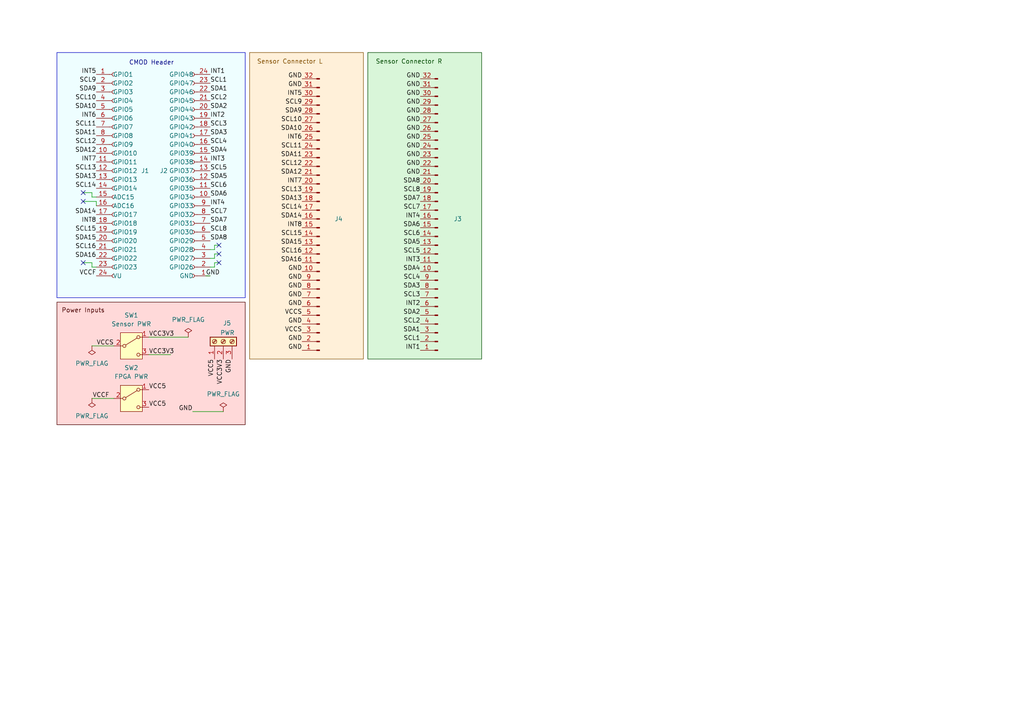
<source format=kicad_sch>
(kicad_sch
	(version 20231120)
	(generator "eeschema")
	(generator_version "8.0")
	(uuid "b4618588-a4aa-4290-9925-c23303d43504")
	(paper "A4")
	(lib_symbols
		(symbol "Conn_01x24_Socket_1"
			(pin_names
				(offset 1.016)
			)
			(exclude_from_sim no)
			(in_bom yes)
			(on_board yes)
			(property "Reference" "J2"
				(at 8.382 -2.54 0)
				(effects
					(font
						(size 1.27 1.27)
					)
				)
			)
			(property "Value" "Conn_01x24_Socket"
				(at 0 31.496 0)
				(effects
					(font
						(size 1.27 1.27)
					)
					(hide yes)
				)
			)
			(property "Footprint" "Connector_PinSocket_2.54mm:PinSocket_1x24_P2.54mm_Vertical"
				(at 35.56 -35.052 0)
				(effects
					(font
						(size 1.27 1.27)
					)
					(hide yes)
				)
			)
			(property "Datasheet" "~"
				(at 0 0 0)
				(effects
					(font
						(size 1.27 1.27)
					)
					(hide yes)
				)
			)
			(property "Description" "Generic connector, single row, 01x24, script generated"
				(at 34.544 -32.512 0)
				(effects
					(font
						(size 1.27 1.27)
					)
					(hide yes)
				)
			)
			(property "ki_locked" ""
				(at 0 0 0)
				(effects
					(font
						(size 1.27 1.27)
					)
				)
			)
			(property "ki_keywords" "connector"
				(at 0 0 0)
				(effects
					(font
						(size 1.27 1.27)
					)
					(hide yes)
				)
			)
			(property "ki_fp_filters" "Connector*:*_1x??_*"
				(at 0 0 0)
				(effects
					(font
						(size 1.27 1.27)
					)
					(hide yes)
				)
			)
			(symbol "Conn_01x24_Socket_1_1_1"
				(arc
					(start 0 -29.972)
					(mid -0.5058 -30.48)
					(end 0 -30.988)
					(stroke
						(width 0.1524)
						(type default)
					)
					(fill
						(type none)
					)
				)
				(arc
					(start 0 -27.432)
					(mid -0.5058 -27.94)
					(end 0 -28.448)
					(stroke
						(width 0.1524)
						(type default)
					)
					(fill
						(type none)
					)
				)
				(arc
					(start 0 -24.892)
					(mid -0.5058 -25.4)
					(end 0 -25.908)
					(stroke
						(width 0.1524)
						(type default)
					)
					(fill
						(type none)
					)
				)
				(arc
					(start 0 -22.352)
					(mid -0.5058 -22.86)
					(end 0 -23.368)
					(stroke
						(width 0.1524)
						(type default)
					)
					(fill
						(type none)
					)
				)
				(arc
					(start 0 -19.812)
					(mid -0.5058 -20.32)
					(end 0 -20.828)
					(stroke
						(width 0.1524)
						(type default)
					)
					(fill
						(type none)
					)
				)
				(arc
					(start 0 -17.272)
					(mid -0.5058 -17.78)
					(end 0 -18.288)
					(stroke
						(width 0.1524)
						(type default)
					)
					(fill
						(type none)
					)
				)
				(arc
					(start 0 -14.732)
					(mid -0.5058 -15.24)
					(end 0 -15.748)
					(stroke
						(width 0.1524)
						(type default)
					)
					(fill
						(type none)
					)
				)
				(arc
					(start 0 -12.192)
					(mid -0.5058 -12.7)
					(end 0 -13.208)
					(stroke
						(width 0.1524)
						(type default)
					)
					(fill
						(type none)
					)
				)
				(arc
					(start 0 -9.652)
					(mid -0.5058 -10.16)
					(end 0 -10.668)
					(stroke
						(width 0.1524)
						(type default)
					)
					(fill
						(type none)
					)
				)
				(arc
					(start 0 -7.112)
					(mid -0.5058 -7.62)
					(end 0 -8.128)
					(stroke
						(width 0.1524)
						(type default)
					)
					(fill
						(type none)
					)
				)
				(arc
					(start 0 -4.572)
					(mid -0.5058 -5.08)
					(end 0 -5.588)
					(stroke
						(width 0.1524)
						(type default)
					)
					(fill
						(type none)
					)
				)
				(arc
					(start 0 -2.032)
					(mid -0.5058 -2.54)
					(end 0 -3.048)
					(stroke
						(width 0.1524)
						(type default)
					)
					(fill
						(type none)
					)
				)
				(polyline
					(pts
						(xy -1.27 -30.48) (xy -0.508 -30.48)
					)
					(stroke
						(width 0.1524)
						(type default)
					)
					(fill
						(type none)
					)
				)
				(polyline
					(pts
						(xy -1.27 -27.94) (xy -0.508 -27.94)
					)
					(stroke
						(width 0.1524)
						(type default)
					)
					(fill
						(type none)
					)
				)
				(polyline
					(pts
						(xy -1.27 -25.4) (xy -0.508 -25.4)
					)
					(stroke
						(width 0.1524)
						(type default)
					)
					(fill
						(type none)
					)
				)
				(polyline
					(pts
						(xy -1.27 -22.86) (xy -0.508 -22.86)
					)
					(stroke
						(width 0.1524)
						(type default)
					)
					(fill
						(type none)
					)
				)
				(polyline
					(pts
						(xy -1.27 -20.32) (xy -0.508 -20.32)
					)
					(stroke
						(width 0.1524)
						(type default)
					)
					(fill
						(type none)
					)
				)
				(polyline
					(pts
						(xy -1.27 -17.78) (xy -0.508 -17.78)
					)
					(stroke
						(width 0.1524)
						(type default)
					)
					(fill
						(type none)
					)
				)
				(polyline
					(pts
						(xy -1.27 -15.24) (xy -0.508 -15.24)
					)
					(stroke
						(width 0.1524)
						(type default)
					)
					(fill
						(type none)
					)
				)
				(polyline
					(pts
						(xy -1.27 -12.7) (xy -0.508 -12.7)
					)
					(stroke
						(width 0.1524)
						(type default)
					)
					(fill
						(type none)
					)
				)
				(polyline
					(pts
						(xy -1.27 -10.16) (xy -0.508 -10.16)
					)
					(stroke
						(width 0.1524)
						(type default)
					)
					(fill
						(type none)
					)
				)
				(polyline
					(pts
						(xy -1.27 -7.62) (xy -0.508 -7.62)
					)
					(stroke
						(width 0.1524)
						(type default)
					)
					(fill
						(type none)
					)
				)
				(polyline
					(pts
						(xy -1.27 -5.08) (xy -0.508 -5.08)
					)
					(stroke
						(width 0.1524)
						(type default)
					)
					(fill
						(type none)
					)
				)
				(polyline
					(pts
						(xy -1.27 -2.54) (xy -0.508 -2.54)
					)
					(stroke
						(width 0.1524)
						(type default)
					)
					(fill
						(type none)
					)
				)
				(polyline
					(pts
						(xy -1.27 0) (xy -0.508 0)
					)
					(stroke
						(width 0.1524)
						(type default)
					)
					(fill
						(type none)
					)
				)
				(polyline
					(pts
						(xy -1.27 2.54) (xy -0.508 2.54)
					)
					(stroke
						(width 0.1524)
						(type default)
					)
					(fill
						(type none)
					)
				)
				(polyline
					(pts
						(xy -1.27 5.08) (xy -0.508 5.08)
					)
					(stroke
						(width 0.1524)
						(type default)
					)
					(fill
						(type none)
					)
				)
				(polyline
					(pts
						(xy -1.27 7.62) (xy -0.508 7.62)
					)
					(stroke
						(width 0.1524)
						(type default)
					)
					(fill
						(type none)
					)
				)
				(polyline
					(pts
						(xy -1.27 10.16) (xy -0.508 10.16)
					)
					(stroke
						(width 0.1524)
						(type default)
					)
					(fill
						(type none)
					)
				)
				(polyline
					(pts
						(xy -1.27 12.7) (xy -0.508 12.7)
					)
					(stroke
						(width 0.1524)
						(type default)
					)
					(fill
						(type none)
					)
				)
				(polyline
					(pts
						(xy -1.27 15.24) (xy -0.508 15.24)
					)
					(stroke
						(width 0.1524)
						(type default)
					)
					(fill
						(type none)
					)
				)
				(polyline
					(pts
						(xy -1.27 17.78) (xy -0.508 17.78)
					)
					(stroke
						(width 0.1524)
						(type default)
					)
					(fill
						(type none)
					)
				)
				(polyline
					(pts
						(xy -1.27 20.32) (xy -0.508 20.32)
					)
					(stroke
						(width 0.1524)
						(type default)
					)
					(fill
						(type none)
					)
				)
				(polyline
					(pts
						(xy -1.27 22.86) (xy -0.508 22.86)
					)
					(stroke
						(width 0.1524)
						(type default)
					)
					(fill
						(type none)
					)
				)
				(polyline
					(pts
						(xy -1.27 25.4) (xy -0.508 25.4)
					)
					(stroke
						(width 0.1524)
						(type default)
					)
					(fill
						(type none)
					)
				)
				(polyline
					(pts
						(xy -1.27 27.94) (xy -0.508 27.94)
					)
					(stroke
						(width 0.1524)
						(type default)
					)
					(fill
						(type none)
					)
				)
				(arc
					(start 0 0.508)
					(mid -0.5058 0)
					(end 0 -0.508)
					(stroke
						(width 0.1524)
						(type default)
					)
					(fill
						(type none)
					)
				)
				(arc
					(start 0 3.048)
					(mid -0.5058 2.54)
					(end 0 2.032)
					(stroke
						(width 0.1524)
						(type default)
					)
					(fill
						(type none)
					)
				)
				(arc
					(start 0 5.588)
					(mid -0.5058 5.08)
					(end 0 4.572)
					(stroke
						(width 0.1524)
						(type default)
					)
					(fill
						(type none)
					)
				)
				(arc
					(start 0 8.128)
					(mid -0.5058 7.62)
					(end 0 7.112)
					(stroke
						(width 0.1524)
						(type default)
					)
					(fill
						(type none)
					)
				)
				(arc
					(start 0 10.668)
					(mid -0.5058 10.16)
					(end 0 9.652)
					(stroke
						(width 0.1524)
						(type default)
					)
					(fill
						(type none)
					)
				)
				(arc
					(start 0 13.208)
					(mid -0.5058 12.7)
					(end 0 12.192)
					(stroke
						(width 0.1524)
						(type default)
					)
					(fill
						(type none)
					)
				)
				(arc
					(start 0 15.748)
					(mid -0.5058 15.24)
					(end 0 14.732)
					(stroke
						(width 0.1524)
						(type default)
					)
					(fill
						(type none)
					)
				)
				(arc
					(start 0 18.288)
					(mid -0.5058 17.78)
					(end 0 17.272)
					(stroke
						(width 0.1524)
						(type default)
					)
					(fill
						(type none)
					)
				)
				(arc
					(start 0 20.828)
					(mid -0.5058 20.32)
					(end 0 19.812)
					(stroke
						(width 0.1524)
						(type default)
					)
					(fill
						(type none)
					)
				)
				(arc
					(start 0 23.368)
					(mid -0.5058 22.86)
					(end 0 22.352)
					(stroke
						(width 0.1524)
						(type default)
					)
					(fill
						(type none)
					)
				)
				(arc
					(start 0 25.908)
					(mid -0.5058 25.4)
					(end 0 24.892)
					(stroke
						(width 0.1524)
						(type default)
					)
					(fill
						(type none)
					)
				)
				(arc
					(start 0 28.448)
					(mid -0.5058 27.94)
					(end 0 27.432)
					(stroke
						(width 0.1524)
						(type default)
					)
					(fill
						(type none)
					)
				)
				(pin passive line
					(at -5.08 27.94 0)
					(length 3.81)
					(name "GND"
						(effects
							(font
								(size 1.27 1.27)
							)
						)
					)
					(number "1"
						(effects
							(font
								(size 1.27 1.27)
							)
						)
					)
				)
				(pin passive line
					(at -5.08 5.08 0)
					(length 3.81)
					(name "GPIO34"
						(effects
							(font
								(size 1.27 1.27)
							)
						)
					)
					(number "10"
						(effects
							(font
								(size 1.27 1.27)
							)
						)
					)
				)
				(pin passive line
					(at -5.08 2.54 0)
					(length 3.81)
					(name "GPIO35"
						(effects
							(font
								(size 1.27 1.27)
							)
						)
					)
					(number "11"
						(effects
							(font
								(size 1.27 1.27)
							)
						)
					)
				)
				(pin passive line
					(at -5.08 0 0)
					(length 3.81)
					(name "GPIO36"
						(effects
							(font
								(size 1.27 1.27)
							)
						)
					)
					(number "12"
						(effects
							(font
								(size 1.27 1.27)
							)
						)
					)
				)
				(pin passive line
					(at -5.08 -2.54 0)
					(length 3.81)
					(name "GPIO37"
						(effects
							(font
								(size 1.27 1.27)
							)
						)
					)
					(number "13"
						(effects
							(font
								(size 1.27 1.27)
							)
						)
					)
				)
				(pin passive line
					(at -5.08 -5.08 0)
					(length 3.81)
					(name "GPIO38"
						(effects
							(font
								(size 1.27 1.27)
							)
						)
					)
					(number "14"
						(effects
							(font
								(size 1.27 1.27)
							)
						)
					)
				)
				(pin passive line
					(at -5.08 -7.62 0)
					(length 3.81)
					(name "GPIO39"
						(effects
							(font
								(size 1.27 1.27)
							)
						)
					)
					(number "15"
						(effects
							(font
								(size 1.27 1.27)
							)
						)
					)
				)
				(pin passive line
					(at -5.08 -10.16 0)
					(length 3.81)
					(name "GPIO40"
						(effects
							(font
								(size 1.27 1.27)
							)
						)
					)
					(number "16"
						(effects
							(font
								(size 1.27 1.27)
							)
						)
					)
				)
				(pin passive line
					(at -5.08 -12.7 0)
					(length 3.81)
					(name "GPIO41"
						(effects
							(font
								(size 1.27 1.27)
							)
						)
					)
					(number "17"
						(effects
							(font
								(size 1.27 1.27)
							)
						)
					)
				)
				(pin passive line
					(at -5.08 -15.24 0)
					(length 3.81)
					(name "GPIO42"
						(effects
							(font
								(size 1.27 1.27)
							)
						)
					)
					(number "18"
						(effects
							(font
								(size 1.27 1.27)
							)
						)
					)
				)
				(pin passive line
					(at -5.08 -17.78 0)
					(length 3.81)
					(name "GPIO43"
						(effects
							(font
								(size 1.27 1.27)
							)
						)
					)
					(number "19"
						(effects
							(font
								(size 1.27 1.27)
							)
						)
					)
				)
				(pin passive line
					(at -5.08 25.4 0)
					(length 3.81)
					(name "GPIO26"
						(effects
							(font
								(size 1.27 1.27)
							)
						)
					)
					(number "2"
						(effects
							(font
								(size 1.27 1.27)
							)
						)
					)
				)
				(pin passive line
					(at -5.08 -20.32 0)
					(length 3.81)
					(name "GPIO44"
						(effects
							(font
								(size 1.27 1.27)
							)
						)
					)
					(number "20"
						(effects
							(font
								(size 1.27 1.27)
							)
						)
					)
				)
				(pin passive line
					(at -5.08 -22.86 0)
					(length 3.81)
					(name "GPIO45"
						(effects
							(font
								(size 1.27 1.27)
							)
						)
					)
					(number "21"
						(effects
							(font
								(size 1.27 1.27)
							)
						)
					)
				)
				(pin passive line
					(at -5.08 -25.4 0)
					(length 3.81)
					(name "GPIO46"
						(effects
							(font
								(size 1.27 1.27)
							)
						)
					)
					(number "22"
						(effects
							(font
								(size 1.27 1.27)
							)
						)
					)
				)
				(pin passive line
					(at -5.08 -27.94 0)
					(length 3.81)
					(name "GPIO47"
						(effects
							(font
								(size 1.27 1.27)
							)
						)
					)
					(number "23"
						(effects
							(font
								(size 1.27 1.27)
							)
						)
					)
				)
				(pin passive line
					(at -5.08 -30.48 0)
					(length 3.81)
					(name "GPIO48"
						(effects
							(font
								(size 1.27 1.27)
							)
						)
					)
					(number "24"
						(effects
							(font
								(size 1.27 1.27)
							)
						)
					)
				)
				(pin passive line
					(at -5.08 22.86 0)
					(length 3.81)
					(name "GPIO27"
						(effects
							(font
								(size 1.27 1.27)
							)
						)
					)
					(number "3"
						(effects
							(font
								(size 1.27 1.27)
							)
						)
					)
				)
				(pin passive line
					(at -5.08 20.32 0)
					(length 3.81)
					(name "GPIO28"
						(effects
							(font
								(size 1.27 1.27)
							)
						)
					)
					(number "4"
						(effects
							(font
								(size 1.27 1.27)
							)
						)
					)
				)
				(pin passive line
					(at -5.08 17.78 0)
					(length 3.81)
					(name "GPIO29"
						(effects
							(font
								(size 1.27 1.27)
							)
						)
					)
					(number "5"
						(effects
							(font
								(size 1.27 1.27)
							)
						)
					)
				)
				(pin passive line
					(at -5.08 15.24 0)
					(length 3.81)
					(name "GPIO30"
						(effects
							(font
								(size 1.27 1.27)
							)
						)
					)
					(number "6"
						(effects
							(font
								(size 1.27 1.27)
							)
						)
					)
				)
				(pin passive line
					(at -5.08 12.7 0)
					(length 3.81)
					(name "GPIO31"
						(effects
							(font
								(size 1.27 1.27)
							)
						)
					)
					(number "7"
						(effects
							(font
								(size 1.27 1.27)
							)
						)
					)
				)
				(pin passive line
					(at -5.08 10.16 0)
					(length 3.81)
					(name "GPIO32"
						(effects
							(font
								(size 1.27 1.27)
							)
						)
					)
					(number "8"
						(effects
							(font
								(size 1.27 1.27)
							)
						)
					)
				)
				(pin passive line
					(at -5.08 7.62 0)
					(length 3.81)
					(name "GPIO33"
						(effects
							(font
								(size 1.27 1.27)
							)
						)
					)
					(number "9"
						(effects
							(font
								(size 1.27 1.27)
							)
						)
					)
				)
			)
		)
		(symbol "Connector:Conn_01x24_Socket"
			(pin_names
				(offset 1.016)
			)
			(exclude_from_sim no)
			(in_bom yes)
			(on_board yes)
			(property "Reference" "J1"
				(at 7.874 0 0)
				(effects
					(font
						(size 1.27 1.27)
					)
					(justify left)
				)
			)
			(property "Value" "~"
				(at -9.398 -34.036 0)
				(effects
					(font
						(size 1.27 1.27)
					)
					(justify left)
					(hide yes)
				)
			)
			(property "Footprint" "Connector_PinSocket_2.54mm:PinSocket_1x24_P2.54mm_Vertical"
				(at 8.128 -36.322 0)
				(effects
					(font
						(size 1.27 1.27)
					)
					(hide yes)
				)
			)
			(property "Datasheet" "~"
				(at 0 0 0)
				(effects
					(font
						(size 1.27 1.27)
					)
					(hide yes)
				)
			)
			(property "Description" "Generic connector, single row, 01x24, script generated"
				(at 8.128 -36.322 0)
				(effects
					(font
						(size 1.27 1.27)
					)
					(hide yes)
				)
			)
			(property "ki_locked" ""
				(at 0 0 0)
				(effects
					(font
						(size 1.27 1.27)
					)
				)
			)
			(property "ki_keywords" "connector"
				(at 0 0 0)
				(effects
					(font
						(size 1.27 1.27)
					)
					(hide yes)
				)
			)
			(property "ki_fp_filters" "Connector*:*_1x??_*"
				(at 0 0 0)
				(effects
					(font
						(size 1.27 1.27)
					)
					(hide yes)
				)
			)
			(symbol "Conn_01x24_Socket_1_1"
				(arc
					(start 0 -29.972)
					(mid -0.5058 -30.48)
					(end 0 -30.988)
					(stroke
						(width 0.1524)
						(type default)
					)
					(fill
						(type none)
					)
				)
				(arc
					(start 0 -27.432)
					(mid -0.5058 -27.94)
					(end 0 -28.448)
					(stroke
						(width 0.1524)
						(type default)
					)
					(fill
						(type none)
					)
				)
				(arc
					(start 0 -24.892)
					(mid -0.5058 -25.4)
					(end 0 -25.908)
					(stroke
						(width 0.1524)
						(type default)
					)
					(fill
						(type none)
					)
				)
				(arc
					(start 0 -22.352)
					(mid -0.5058 -22.86)
					(end 0 -23.368)
					(stroke
						(width 0.1524)
						(type default)
					)
					(fill
						(type none)
					)
				)
				(arc
					(start 0 -19.812)
					(mid -0.5058 -20.32)
					(end 0 -20.828)
					(stroke
						(width 0.1524)
						(type default)
					)
					(fill
						(type none)
					)
				)
				(arc
					(start 0 -17.272)
					(mid -0.5058 -17.78)
					(end 0 -18.288)
					(stroke
						(width 0.1524)
						(type default)
					)
					(fill
						(type none)
					)
				)
				(arc
					(start 0 -14.732)
					(mid -0.5058 -15.24)
					(end 0 -15.748)
					(stroke
						(width 0.1524)
						(type default)
					)
					(fill
						(type none)
					)
				)
				(arc
					(start 0 -12.192)
					(mid -0.5058 -12.7)
					(end 0 -13.208)
					(stroke
						(width 0.1524)
						(type default)
					)
					(fill
						(type none)
					)
				)
				(arc
					(start 0 -9.652)
					(mid -0.5058 -10.16)
					(end 0 -10.668)
					(stroke
						(width 0.1524)
						(type default)
					)
					(fill
						(type none)
					)
				)
				(arc
					(start 0 -7.112)
					(mid -0.5058 -7.62)
					(end 0 -8.128)
					(stroke
						(width 0.1524)
						(type default)
					)
					(fill
						(type none)
					)
				)
				(arc
					(start 0 -4.572)
					(mid -0.5058 -5.08)
					(end 0 -5.588)
					(stroke
						(width 0.1524)
						(type default)
					)
					(fill
						(type none)
					)
				)
				(arc
					(start 0 -2.032)
					(mid -0.5058 -2.54)
					(end 0 -3.048)
					(stroke
						(width 0.1524)
						(type default)
					)
					(fill
						(type none)
					)
				)
				(polyline
					(pts
						(xy -1.27 -30.48) (xy -0.508 -30.48)
					)
					(stroke
						(width 0.1524)
						(type default)
					)
					(fill
						(type none)
					)
				)
				(polyline
					(pts
						(xy -1.27 -27.94) (xy -0.508 -27.94)
					)
					(stroke
						(width 0.1524)
						(type default)
					)
					(fill
						(type none)
					)
				)
				(polyline
					(pts
						(xy -1.27 -25.4) (xy -0.508 -25.4)
					)
					(stroke
						(width 0.1524)
						(type default)
					)
					(fill
						(type none)
					)
				)
				(polyline
					(pts
						(xy -1.27 -22.86) (xy -0.508 -22.86)
					)
					(stroke
						(width 0.1524)
						(type default)
					)
					(fill
						(type none)
					)
				)
				(polyline
					(pts
						(xy -1.27 -20.32) (xy -0.508 -20.32)
					)
					(stroke
						(width 0.1524)
						(type default)
					)
					(fill
						(type none)
					)
				)
				(polyline
					(pts
						(xy -1.27 -17.78) (xy -0.508 -17.78)
					)
					(stroke
						(width 0.1524)
						(type default)
					)
					(fill
						(type none)
					)
				)
				(polyline
					(pts
						(xy -1.27 -15.24) (xy -0.508 -15.24)
					)
					(stroke
						(width 0.1524)
						(type default)
					)
					(fill
						(type none)
					)
				)
				(polyline
					(pts
						(xy -1.27 -12.7) (xy -0.508 -12.7)
					)
					(stroke
						(width 0.1524)
						(type default)
					)
					(fill
						(type none)
					)
				)
				(polyline
					(pts
						(xy -1.27 -10.16) (xy -0.508 -10.16)
					)
					(stroke
						(width 0.1524)
						(type default)
					)
					(fill
						(type none)
					)
				)
				(polyline
					(pts
						(xy -1.27 -7.62) (xy -0.508 -7.62)
					)
					(stroke
						(width 0.1524)
						(type default)
					)
					(fill
						(type none)
					)
				)
				(polyline
					(pts
						(xy -1.27 -5.08) (xy -0.508 -5.08)
					)
					(stroke
						(width 0.1524)
						(type default)
					)
					(fill
						(type none)
					)
				)
				(polyline
					(pts
						(xy -1.27 -2.54) (xy -0.508 -2.54)
					)
					(stroke
						(width 0.1524)
						(type default)
					)
					(fill
						(type none)
					)
				)
				(polyline
					(pts
						(xy -1.27 0) (xy -0.508 0)
					)
					(stroke
						(width 0.1524)
						(type default)
					)
					(fill
						(type none)
					)
				)
				(polyline
					(pts
						(xy -1.27 2.54) (xy -0.508 2.54)
					)
					(stroke
						(width 0.1524)
						(type default)
					)
					(fill
						(type none)
					)
				)
				(polyline
					(pts
						(xy -1.27 5.08) (xy -0.508 5.08)
					)
					(stroke
						(width 0.1524)
						(type default)
					)
					(fill
						(type none)
					)
				)
				(polyline
					(pts
						(xy -1.27 7.62) (xy -0.508 7.62)
					)
					(stroke
						(width 0.1524)
						(type default)
					)
					(fill
						(type none)
					)
				)
				(polyline
					(pts
						(xy -1.27 10.16) (xy -0.508 10.16)
					)
					(stroke
						(width 0.1524)
						(type default)
					)
					(fill
						(type none)
					)
				)
				(polyline
					(pts
						(xy -1.27 12.7) (xy -0.508 12.7)
					)
					(stroke
						(width 0.1524)
						(type default)
					)
					(fill
						(type none)
					)
				)
				(polyline
					(pts
						(xy -1.27 15.24) (xy -0.508 15.24)
					)
					(stroke
						(width 0.1524)
						(type default)
					)
					(fill
						(type none)
					)
				)
				(polyline
					(pts
						(xy -1.27 17.78) (xy -0.508 17.78)
					)
					(stroke
						(width 0.1524)
						(type default)
					)
					(fill
						(type none)
					)
				)
				(polyline
					(pts
						(xy -1.27 20.32) (xy -0.508 20.32)
					)
					(stroke
						(width 0.1524)
						(type default)
					)
					(fill
						(type none)
					)
				)
				(polyline
					(pts
						(xy -1.27 22.86) (xy -0.508 22.86)
					)
					(stroke
						(width 0.1524)
						(type default)
					)
					(fill
						(type none)
					)
				)
				(polyline
					(pts
						(xy -1.27 25.4) (xy -0.508 25.4)
					)
					(stroke
						(width 0.1524)
						(type default)
					)
					(fill
						(type none)
					)
				)
				(polyline
					(pts
						(xy -1.27 27.94) (xy -0.508 27.94)
					)
					(stroke
						(width 0.1524)
						(type default)
					)
					(fill
						(type none)
					)
				)
				(arc
					(start 0 0.508)
					(mid -0.5058 0)
					(end 0 -0.508)
					(stroke
						(width 0.1524)
						(type default)
					)
					(fill
						(type none)
					)
				)
				(arc
					(start 0 3.048)
					(mid -0.5058 2.54)
					(end 0 2.032)
					(stroke
						(width 0.1524)
						(type default)
					)
					(fill
						(type none)
					)
				)
				(arc
					(start 0 5.588)
					(mid -0.5058 5.08)
					(end 0 4.572)
					(stroke
						(width 0.1524)
						(type default)
					)
					(fill
						(type none)
					)
				)
				(arc
					(start 0 8.128)
					(mid -0.5058 7.62)
					(end 0 7.112)
					(stroke
						(width 0.1524)
						(type default)
					)
					(fill
						(type none)
					)
				)
				(arc
					(start 0 10.668)
					(mid -0.5058 10.16)
					(end 0 9.652)
					(stroke
						(width 0.1524)
						(type default)
					)
					(fill
						(type none)
					)
				)
				(arc
					(start 0 13.208)
					(mid -0.5058 12.7)
					(end 0 12.192)
					(stroke
						(width 0.1524)
						(type default)
					)
					(fill
						(type none)
					)
				)
				(arc
					(start 0 15.748)
					(mid -0.5058 15.24)
					(end 0 14.732)
					(stroke
						(width 0.1524)
						(type default)
					)
					(fill
						(type none)
					)
				)
				(arc
					(start 0 18.288)
					(mid -0.5058 17.78)
					(end 0 17.272)
					(stroke
						(width 0.1524)
						(type default)
					)
					(fill
						(type none)
					)
				)
				(arc
					(start 0 20.828)
					(mid -0.5058 20.32)
					(end 0 19.812)
					(stroke
						(width 0.1524)
						(type default)
					)
					(fill
						(type none)
					)
				)
				(arc
					(start 0 23.368)
					(mid -0.5058 22.86)
					(end 0 22.352)
					(stroke
						(width 0.1524)
						(type default)
					)
					(fill
						(type none)
					)
				)
				(arc
					(start 0 25.908)
					(mid -0.5058 25.4)
					(end 0 24.892)
					(stroke
						(width 0.1524)
						(type default)
					)
					(fill
						(type none)
					)
				)
				(arc
					(start 0 28.448)
					(mid -0.5058 27.94)
					(end 0 27.432)
					(stroke
						(width 0.1524)
						(type default)
					)
					(fill
						(type none)
					)
				)
				(pin passive line
					(at -5.08 27.94 0)
					(length 3.81)
					(name "GPIO1"
						(effects
							(font
								(size 1.27 1.27)
							)
						)
					)
					(number "1"
						(effects
							(font
								(size 1.27 1.27)
							)
						)
					)
				)
				(pin passive line
					(at -5.08 5.08 0)
					(length 3.81)
					(name "GPIO10"
						(effects
							(font
								(size 1.27 1.27)
							)
						)
					)
					(number "10"
						(effects
							(font
								(size 1.27 1.27)
							)
						)
					)
				)
				(pin passive line
					(at -5.08 2.54 0)
					(length 3.81)
					(name "GPIO11"
						(effects
							(font
								(size 1.27 1.27)
							)
						)
					)
					(number "11"
						(effects
							(font
								(size 1.27 1.27)
							)
						)
					)
				)
				(pin passive line
					(at -5.08 0 0)
					(length 3.81)
					(name "GPIO12"
						(effects
							(font
								(size 1.27 1.27)
							)
						)
					)
					(number "12"
						(effects
							(font
								(size 1.27 1.27)
							)
						)
					)
				)
				(pin passive line
					(at -5.08 -2.54 0)
					(length 3.81)
					(name "GPIO13"
						(effects
							(font
								(size 1.27 1.27)
							)
						)
					)
					(number "13"
						(effects
							(font
								(size 1.27 1.27)
							)
						)
					)
				)
				(pin passive line
					(at -5.08 -5.08 0)
					(length 3.81)
					(name "GPIO14"
						(effects
							(font
								(size 1.27 1.27)
							)
						)
					)
					(number "14"
						(effects
							(font
								(size 1.27 1.27)
							)
						)
					)
				)
				(pin passive line
					(at -5.08 -7.62 0)
					(length 3.81)
					(name "ADC15"
						(effects
							(font
								(size 1.27 1.27)
							)
						)
					)
					(number "15"
						(effects
							(font
								(size 1.27 1.27)
							)
						)
					)
				)
				(pin passive line
					(at -5.08 -10.16 0)
					(length 3.81)
					(name "ADC16"
						(effects
							(font
								(size 1.27 1.27)
							)
						)
					)
					(number "16"
						(effects
							(font
								(size 1.27 1.27)
							)
						)
					)
				)
				(pin passive line
					(at -5.08 -12.7 0)
					(length 3.81)
					(name "GPIO17"
						(effects
							(font
								(size 1.27 1.27)
							)
						)
					)
					(number "17"
						(effects
							(font
								(size 1.27 1.27)
							)
						)
					)
				)
				(pin passive line
					(at -5.08 -15.24 0)
					(length 3.81)
					(name "GPIO18"
						(effects
							(font
								(size 1.27 1.27)
							)
						)
					)
					(number "18"
						(effects
							(font
								(size 1.27 1.27)
							)
						)
					)
				)
				(pin passive line
					(at -5.08 -17.78 0)
					(length 3.81)
					(name "GPIO19"
						(effects
							(font
								(size 1.27 1.27)
							)
						)
					)
					(number "19"
						(effects
							(font
								(size 1.27 1.27)
							)
						)
					)
				)
				(pin passive line
					(at -5.08 25.4 0)
					(length 3.81)
					(name "GPIO2"
						(effects
							(font
								(size 1.27 1.27)
							)
						)
					)
					(number "2"
						(effects
							(font
								(size 1.27 1.27)
							)
						)
					)
				)
				(pin passive line
					(at -5.08 -20.32 0)
					(length 3.81)
					(name "GPIO20"
						(effects
							(font
								(size 1.27 1.27)
							)
						)
					)
					(number "20"
						(effects
							(font
								(size 1.27 1.27)
							)
						)
					)
				)
				(pin passive line
					(at -5.08 -22.86 0)
					(length 3.81)
					(name "GPIO21"
						(effects
							(font
								(size 1.27 1.27)
							)
						)
					)
					(number "21"
						(effects
							(font
								(size 1.27 1.27)
							)
						)
					)
				)
				(pin passive line
					(at -5.08 -25.4 0)
					(length 3.81)
					(name "GPIO22"
						(effects
							(font
								(size 1.27 1.27)
							)
						)
					)
					(number "22"
						(effects
							(font
								(size 1.27 1.27)
							)
						)
					)
				)
				(pin passive line
					(at -5.08 -27.94 0)
					(length 3.81)
					(name "GPIO23"
						(effects
							(font
								(size 1.27 1.27)
							)
						)
					)
					(number "23"
						(effects
							(font
								(size 1.27 1.27)
							)
						)
					)
				)
				(pin passive line
					(at -5.08 -30.48 0)
					(length 3.81)
					(name "VU"
						(effects
							(font
								(size 1.27 1.27)
							)
						)
					)
					(number "24"
						(effects
							(font
								(size 1.27 1.27)
							)
						)
					)
				)
				(pin passive line
					(at -5.08 22.86 0)
					(length 3.81)
					(name "GPIO3"
						(effects
							(font
								(size 1.27 1.27)
							)
						)
					)
					(number "3"
						(effects
							(font
								(size 1.27 1.27)
							)
						)
					)
				)
				(pin passive line
					(at -5.08 20.32 0)
					(length 3.81)
					(name "GPIO4"
						(effects
							(font
								(size 1.27 1.27)
							)
						)
					)
					(number "4"
						(effects
							(font
								(size 1.27 1.27)
							)
						)
					)
				)
				(pin passive line
					(at -5.08 17.78 0)
					(length 3.81)
					(name "GPIO5"
						(effects
							(font
								(size 1.27 1.27)
							)
						)
					)
					(number "5"
						(effects
							(font
								(size 1.27 1.27)
							)
						)
					)
				)
				(pin passive line
					(at -5.08 15.24 0)
					(length 3.81)
					(name "GPIO6"
						(effects
							(font
								(size 1.27 1.27)
							)
						)
					)
					(number "6"
						(effects
							(font
								(size 1.27 1.27)
							)
						)
					)
				)
				(pin passive line
					(at -5.08 12.7 0)
					(length 3.81)
					(name "GPIO7"
						(effects
							(font
								(size 1.27 1.27)
							)
						)
					)
					(number "7"
						(effects
							(font
								(size 1.27 1.27)
							)
						)
					)
				)
				(pin passive line
					(at -5.08 10.16 0)
					(length 3.81)
					(name "GPIO8"
						(effects
							(font
								(size 1.27 1.27)
							)
						)
					)
					(number "8"
						(effects
							(font
								(size 1.27 1.27)
							)
						)
					)
				)
				(pin passive line
					(at -5.08 7.62 0)
					(length 3.81)
					(name "GPIO9"
						(effects
							(font
								(size 1.27 1.27)
							)
						)
					)
					(number "9"
						(effects
							(font
								(size 1.27 1.27)
							)
						)
					)
				)
			)
		)
		(symbol "Connector:Conn_01x32_Pin"
			(pin_names
				(offset 1.016) hide)
			(exclude_from_sim no)
			(in_bom yes)
			(on_board yes)
			(property "Reference" "J"
				(at 0 40.64 0)
				(effects
					(font
						(size 1.27 1.27)
					)
				)
			)
			(property "Value" "Conn_01x32_Pin"
				(at 0 -43.18 0)
				(effects
					(font
						(size 1.27 1.27)
					)
				)
			)
			(property "Footprint" ""
				(at 0 0 0)
				(effects
					(font
						(size 1.27 1.27)
					)
					(hide yes)
				)
			)
			(property "Datasheet" "~"
				(at 0 0 0)
				(effects
					(font
						(size 1.27 1.27)
					)
					(hide yes)
				)
			)
			(property "Description" "Generic connector, single row, 01x32, script generated"
				(at 0 0 0)
				(effects
					(font
						(size 1.27 1.27)
					)
					(hide yes)
				)
			)
			(property "ki_locked" ""
				(at 0 0 0)
				(effects
					(font
						(size 1.27 1.27)
					)
				)
			)
			(property "ki_keywords" "connector"
				(at 0 0 0)
				(effects
					(font
						(size 1.27 1.27)
					)
					(hide yes)
				)
			)
			(property "ki_fp_filters" "Connector*:*_1x??_*"
				(at 0 0 0)
				(effects
					(font
						(size 1.27 1.27)
					)
					(hide yes)
				)
			)
			(symbol "Conn_01x32_Pin_1_1"
				(polyline
					(pts
						(xy 1.27 -40.64) (xy 0.8636 -40.64)
					)
					(stroke
						(width 0.1524)
						(type default)
					)
					(fill
						(type none)
					)
				)
				(polyline
					(pts
						(xy 1.27 -38.1) (xy 0.8636 -38.1)
					)
					(stroke
						(width 0.1524)
						(type default)
					)
					(fill
						(type none)
					)
				)
				(polyline
					(pts
						(xy 1.27 -35.56) (xy 0.8636 -35.56)
					)
					(stroke
						(width 0.1524)
						(type default)
					)
					(fill
						(type none)
					)
				)
				(polyline
					(pts
						(xy 1.27 -33.02) (xy 0.8636 -33.02)
					)
					(stroke
						(width 0.1524)
						(type default)
					)
					(fill
						(type none)
					)
				)
				(polyline
					(pts
						(xy 1.27 -30.48) (xy 0.8636 -30.48)
					)
					(stroke
						(width 0.1524)
						(type default)
					)
					(fill
						(type none)
					)
				)
				(polyline
					(pts
						(xy 1.27 -27.94) (xy 0.8636 -27.94)
					)
					(stroke
						(width 0.1524)
						(type default)
					)
					(fill
						(type none)
					)
				)
				(polyline
					(pts
						(xy 1.27 -25.4) (xy 0.8636 -25.4)
					)
					(stroke
						(width 0.1524)
						(type default)
					)
					(fill
						(type none)
					)
				)
				(polyline
					(pts
						(xy 1.27 -22.86) (xy 0.8636 -22.86)
					)
					(stroke
						(width 0.1524)
						(type default)
					)
					(fill
						(type none)
					)
				)
				(polyline
					(pts
						(xy 1.27 -20.32) (xy 0.8636 -20.32)
					)
					(stroke
						(width 0.1524)
						(type default)
					)
					(fill
						(type none)
					)
				)
				(polyline
					(pts
						(xy 1.27 -17.78) (xy 0.8636 -17.78)
					)
					(stroke
						(width 0.1524)
						(type default)
					)
					(fill
						(type none)
					)
				)
				(polyline
					(pts
						(xy 1.27 -15.24) (xy 0.8636 -15.24)
					)
					(stroke
						(width 0.1524)
						(type default)
					)
					(fill
						(type none)
					)
				)
				(polyline
					(pts
						(xy 1.27 -12.7) (xy 0.8636 -12.7)
					)
					(stroke
						(width 0.1524)
						(type default)
					)
					(fill
						(type none)
					)
				)
				(polyline
					(pts
						(xy 1.27 -10.16) (xy 0.8636 -10.16)
					)
					(stroke
						(width 0.1524)
						(type default)
					)
					(fill
						(type none)
					)
				)
				(polyline
					(pts
						(xy 1.27 -7.62) (xy 0.8636 -7.62)
					)
					(stroke
						(width 0.1524)
						(type default)
					)
					(fill
						(type none)
					)
				)
				(polyline
					(pts
						(xy 1.27 -5.08) (xy 0.8636 -5.08)
					)
					(stroke
						(width 0.1524)
						(type default)
					)
					(fill
						(type none)
					)
				)
				(polyline
					(pts
						(xy 1.27 -2.54) (xy 0.8636 -2.54)
					)
					(stroke
						(width 0.1524)
						(type default)
					)
					(fill
						(type none)
					)
				)
				(polyline
					(pts
						(xy 1.27 0) (xy 0.8636 0)
					)
					(stroke
						(width 0.1524)
						(type default)
					)
					(fill
						(type none)
					)
				)
				(polyline
					(pts
						(xy 1.27 2.54) (xy 0.8636 2.54)
					)
					(stroke
						(width 0.1524)
						(type default)
					)
					(fill
						(type none)
					)
				)
				(polyline
					(pts
						(xy 1.27 5.08) (xy 0.8636 5.08)
					)
					(stroke
						(width 0.1524)
						(type default)
					)
					(fill
						(type none)
					)
				)
				(polyline
					(pts
						(xy 1.27 7.62) (xy 0.8636 7.62)
					)
					(stroke
						(width 0.1524)
						(type default)
					)
					(fill
						(type none)
					)
				)
				(polyline
					(pts
						(xy 1.27 10.16) (xy 0.8636 10.16)
					)
					(stroke
						(width 0.1524)
						(type default)
					)
					(fill
						(type none)
					)
				)
				(polyline
					(pts
						(xy 1.27 12.7) (xy 0.8636 12.7)
					)
					(stroke
						(width 0.1524)
						(type default)
					)
					(fill
						(type none)
					)
				)
				(polyline
					(pts
						(xy 1.27 15.24) (xy 0.8636 15.24)
					)
					(stroke
						(width 0.1524)
						(type default)
					)
					(fill
						(type none)
					)
				)
				(polyline
					(pts
						(xy 1.27 17.78) (xy 0.8636 17.78)
					)
					(stroke
						(width 0.1524)
						(type default)
					)
					(fill
						(type none)
					)
				)
				(polyline
					(pts
						(xy 1.27 20.32) (xy 0.8636 20.32)
					)
					(stroke
						(width 0.1524)
						(type default)
					)
					(fill
						(type none)
					)
				)
				(polyline
					(pts
						(xy 1.27 22.86) (xy 0.8636 22.86)
					)
					(stroke
						(width 0.1524)
						(type default)
					)
					(fill
						(type none)
					)
				)
				(polyline
					(pts
						(xy 1.27 25.4) (xy 0.8636 25.4)
					)
					(stroke
						(width 0.1524)
						(type default)
					)
					(fill
						(type none)
					)
				)
				(polyline
					(pts
						(xy 1.27 27.94) (xy 0.8636 27.94)
					)
					(stroke
						(width 0.1524)
						(type default)
					)
					(fill
						(type none)
					)
				)
				(polyline
					(pts
						(xy 1.27 30.48) (xy 0.8636 30.48)
					)
					(stroke
						(width 0.1524)
						(type default)
					)
					(fill
						(type none)
					)
				)
				(polyline
					(pts
						(xy 1.27 33.02) (xy 0.8636 33.02)
					)
					(stroke
						(width 0.1524)
						(type default)
					)
					(fill
						(type none)
					)
				)
				(polyline
					(pts
						(xy 1.27 35.56) (xy 0.8636 35.56)
					)
					(stroke
						(width 0.1524)
						(type default)
					)
					(fill
						(type none)
					)
				)
				(polyline
					(pts
						(xy 1.27 38.1) (xy 0.8636 38.1)
					)
					(stroke
						(width 0.1524)
						(type default)
					)
					(fill
						(type none)
					)
				)
				(rectangle
					(start 0.8636 -40.513)
					(end 0 -40.767)
					(stroke
						(width 0.1524)
						(type default)
					)
					(fill
						(type outline)
					)
				)
				(rectangle
					(start 0.8636 -37.973)
					(end 0 -38.227)
					(stroke
						(width 0.1524)
						(type default)
					)
					(fill
						(type outline)
					)
				)
				(rectangle
					(start 0.8636 -35.433)
					(end 0 -35.687)
					(stroke
						(width 0.1524)
						(type default)
					)
					(fill
						(type outline)
					)
				)
				(rectangle
					(start 0.8636 -32.893)
					(end 0 -33.147)
					(stroke
						(width 0.1524)
						(type default)
					)
					(fill
						(type outline)
					)
				)
				(rectangle
					(start 0.8636 -30.353)
					(end 0 -30.607)
					(stroke
						(width 0.1524)
						(type default)
					)
					(fill
						(type outline)
					)
				)
				(rectangle
					(start 0.8636 -27.813)
					(end 0 -28.067)
					(stroke
						(width 0.1524)
						(type default)
					)
					(fill
						(type outline)
					)
				)
				(rectangle
					(start 0.8636 -25.273)
					(end 0 -25.527)
					(stroke
						(width 0.1524)
						(type default)
					)
					(fill
						(type outline)
					)
				)
				(rectangle
					(start 0.8636 -22.733)
					(end 0 -22.987)
					(stroke
						(width 0.1524)
						(type default)
					)
					(fill
						(type outline)
					)
				)
				(rectangle
					(start 0.8636 -20.193)
					(end 0 -20.447)
					(stroke
						(width 0.1524)
						(type default)
					)
					(fill
						(type outline)
					)
				)
				(rectangle
					(start 0.8636 -17.653)
					(end 0 -17.907)
					(stroke
						(width 0.1524)
						(type default)
					)
					(fill
						(type outline)
					)
				)
				(rectangle
					(start 0.8636 -15.113)
					(end 0 -15.367)
					(stroke
						(width 0.1524)
						(type default)
					)
					(fill
						(type outline)
					)
				)
				(rectangle
					(start 0.8636 -12.573)
					(end 0 -12.827)
					(stroke
						(width 0.1524)
						(type default)
					)
					(fill
						(type outline)
					)
				)
				(rectangle
					(start 0.8636 -10.033)
					(end 0 -10.287)
					(stroke
						(width 0.1524)
						(type default)
					)
					(fill
						(type outline)
					)
				)
				(rectangle
					(start 0.8636 -7.493)
					(end 0 -7.747)
					(stroke
						(width 0.1524)
						(type default)
					)
					(fill
						(type outline)
					)
				)
				(rectangle
					(start 0.8636 -4.953)
					(end 0 -5.207)
					(stroke
						(width 0.1524)
						(type default)
					)
					(fill
						(type outline)
					)
				)
				(rectangle
					(start 0.8636 -2.413)
					(end 0 -2.667)
					(stroke
						(width 0.1524)
						(type default)
					)
					(fill
						(type outline)
					)
				)
				(rectangle
					(start 0.8636 0.127)
					(end 0 -0.127)
					(stroke
						(width 0.1524)
						(type default)
					)
					(fill
						(type outline)
					)
				)
				(rectangle
					(start 0.8636 2.667)
					(end 0 2.413)
					(stroke
						(width 0.1524)
						(type default)
					)
					(fill
						(type outline)
					)
				)
				(rectangle
					(start 0.8636 5.207)
					(end 0 4.953)
					(stroke
						(width 0.1524)
						(type default)
					)
					(fill
						(type outline)
					)
				)
				(rectangle
					(start 0.8636 7.747)
					(end 0 7.493)
					(stroke
						(width 0.1524)
						(type default)
					)
					(fill
						(type outline)
					)
				)
				(rectangle
					(start 0.8636 10.287)
					(end 0 10.033)
					(stroke
						(width 0.1524)
						(type default)
					)
					(fill
						(type outline)
					)
				)
				(rectangle
					(start 0.8636 12.827)
					(end 0 12.573)
					(stroke
						(width 0.1524)
						(type default)
					)
					(fill
						(type outline)
					)
				)
				(rectangle
					(start 0.8636 15.367)
					(end 0 15.113)
					(stroke
						(width 0.1524)
						(type default)
					)
					(fill
						(type outline)
					)
				)
				(rectangle
					(start 0.8636 17.907)
					(end 0 17.653)
					(stroke
						(width 0.1524)
						(type default)
					)
					(fill
						(type outline)
					)
				)
				(rectangle
					(start 0.8636 20.447)
					(end 0 20.193)
					(stroke
						(width 0.1524)
						(type default)
					)
					(fill
						(type outline)
					)
				)
				(rectangle
					(start 0.8636 22.987)
					(end 0 22.733)
					(stroke
						(width 0.1524)
						(type default)
					)
					(fill
						(type outline)
					)
				)
				(rectangle
					(start 0.8636 25.527)
					(end 0 25.273)
					(stroke
						(width 0.1524)
						(type default)
					)
					(fill
						(type outline)
					)
				)
				(rectangle
					(start 0.8636 28.067)
					(end 0 27.813)
					(stroke
						(width 0.1524)
						(type default)
					)
					(fill
						(type outline)
					)
				)
				(rectangle
					(start 0.8636 30.607)
					(end 0 30.353)
					(stroke
						(width 0.1524)
						(type default)
					)
					(fill
						(type outline)
					)
				)
				(rectangle
					(start 0.8636 33.147)
					(end 0 32.893)
					(stroke
						(width 0.1524)
						(type default)
					)
					(fill
						(type outline)
					)
				)
				(rectangle
					(start 0.8636 35.687)
					(end 0 35.433)
					(stroke
						(width 0.1524)
						(type default)
					)
					(fill
						(type outline)
					)
				)
				(rectangle
					(start 0.8636 38.227)
					(end 0 37.973)
					(stroke
						(width 0.1524)
						(type default)
					)
					(fill
						(type outline)
					)
				)
				(pin passive line
					(at 5.08 38.1 180)
					(length 3.81)
					(name "Pin_1"
						(effects
							(font
								(size 1.27 1.27)
							)
						)
					)
					(number "1"
						(effects
							(font
								(size 1.27 1.27)
							)
						)
					)
				)
				(pin passive line
					(at 5.08 15.24 180)
					(length 3.81)
					(name "Pin_10"
						(effects
							(font
								(size 1.27 1.27)
							)
						)
					)
					(number "10"
						(effects
							(font
								(size 1.27 1.27)
							)
						)
					)
				)
				(pin passive line
					(at 5.08 12.7 180)
					(length 3.81)
					(name "Pin_11"
						(effects
							(font
								(size 1.27 1.27)
							)
						)
					)
					(number "11"
						(effects
							(font
								(size 1.27 1.27)
							)
						)
					)
				)
				(pin passive line
					(at 5.08 10.16 180)
					(length 3.81)
					(name "Pin_12"
						(effects
							(font
								(size 1.27 1.27)
							)
						)
					)
					(number "12"
						(effects
							(font
								(size 1.27 1.27)
							)
						)
					)
				)
				(pin passive line
					(at 5.08 7.62 180)
					(length 3.81)
					(name "Pin_13"
						(effects
							(font
								(size 1.27 1.27)
							)
						)
					)
					(number "13"
						(effects
							(font
								(size 1.27 1.27)
							)
						)
					)
				)
				(pin passive line
					(at 5.08 5.08 180)
					(length 3.81)
					(name "Pin_14"
						(effects
							(font
								(size 1.27 1.27)
							)
						)
					)
					(number "14"
						(effects
							(font
								(size 1.27 1.27)
							)
						)
					)
				)
				(pin passive line
					(at 5.08 2.54 180)
					(length 3.81)
					(name "Pin_15"
						(effects
							(font
								(size 1.27 1.27)
							)
						)
					)
					(number "15"
						(effects
							(font
								(size 1.27 1.27)
							)
						)
					)
				)
				(pin passive line
					(at 5.08 0 180)
					(length 3.81)
					(name "Pin_16"
						(effects
							(font
								(size 1.27 1.27)
							)
						)
					)
					(number "16"
						(effects
							(font
								(size 1.27 1.27)
							)
						)
					)
				)
				(pin passive line
					(at 5.08 -2.54 180)
					(length 3.81)
					(name "Pin_17"
						(effects
							(font
								(size 1.27 1.27)
							)
						)
					)
					(number "17"
						(effects
							(font
								(size 1.27 1.27)
							)
						)
					)
				)
				(pin passive line
					(at 5.08 -5.08 180)
					(length 3.81)
					(name "Pin_18"
						(effects
							(font
								(size 1.27 1.27)
							)
						)
					)
					(number "18"
						(effects
							(font
								(size 1.27 1.27)
							)
						)
					)
				)
				(pin passive line
					(at 5.08 -7.62 180)
					(length 3.81)
					(name "Pin_19"
						(effects
							(font
								(size 1.27 1.27)
							)
						)
					)
					(number "19"
						(effects
							(font
								(size 1.27 1.27)
							)
						)
					)
				)
				(pin passive line
					(at 5.08 35.56 180)
					(length 3.81)
					(name "Pin_2"
						(effects
							(font
								(size 1.27 1.27)
							)
						)
					)
					(number "2"
						(effects
							(font
								(size 1.27 1.27)
							)
						)
					)
				)
				(pin passive line
					(at 5.08 -10.16 180)
					(length 3.81)
					(name "Pin_20"
						(effects
							(font
								(size 1.27 1.27)
							)
						)
					)
					(number "20"
						(effects
							(font
								(size 1.27 1.27)
							)
						)
					)
				)
				(pin passive line
					(at 5.08 -12.7 180)
					(length 3.81)
					(name "Pin_21"
						(effects
							(font
								(size 1.27 1.27)
							)
						)
					)
					(number "21"
						(effects
							(font
								(size 1.27 1.27)
							)
						)
					)
				)
				(pin passive line
					(at 5.08 -15.24 180)
					(length 3.81)
					(name "Pin_22"
						(effects
							(font
								(size 1.27 1.27)
							)
						)
					)
					(number "22"
						(effects
							(font
								(size 1.27 1.27)
							)
						)
					)
				)
				(pin passive line
					(at 5.08 -17.78 180)
					(length 3.81)
					(name "Pin_23"
						(effects
							(font
								(size 1.27 1.27)
							)
						)
					)
					(number "23"
						(effects
							(font
								(size 1.27 1.27)
							)
						)
					)
				)
				(pin passive line
					(at 5.08 -20.32 180)
					(length 3.81)
					(name "Pin_24"
						(effects
							(font
								(size 1.27 1.27)
							)
						)
					)
					(number "24"
						(effects
							(font
								(size 1.27 1.27)
							)
						)
					)
				)
				(pin passive line
					(at 5.08 -22.86 180)
					(length 3.81)
					(name "Pin_25"
						(effects
							(font
								(size 1.27 1.27)
							)
						)
					)
					(number "25"
						(effects
							(font
								(size 1.27 1.27)
							)
						)
					)
				)
				(pin passive line
					(at 5.08 -25.4 180)
					(length 3.81)
					(name "Pin_26"
						(effects
							(font
								(size 1.27 1.27)
							)
						)
					)
					(number "26"
						(effects
							(font
								(size 1.27 1.27)
							)
						)
					)
				)
				(pin passive line
					(at 5.08 -27.94 180)
					(length 3.81)
					(name "Pin_27"
						(effects
							(font
								(size 1.27 1.27)
							)
						)
					)
					(number "27"
						(effects
							(font
								(size 1.27 1.27)
							)
						)
					)
				)
				(pin passive line
					(at 5.08 -30.48 180)
					(length 3.81)
					(name "Pin_28"
						(effects
							(font
								(size 1.27 1.27)
							)
						)
					)
					(number "28"
						(effects
							(font
								(size 1.27 1.27)
							)
						)
					)
				)
				(pin passive line
					(at 5.08 -33.02 180)
					(length 3.81)
					(name "Pin_29"
						(effects
							(font
								(size 1.27 1.27)
							)
						)
					)
					(number "29"
						(effects
							(font
								(size 1.27 1.27)
							)
						)
					)
				)
				(pin passive line
					(at 5.08 33.02 180)
					(length 3.81)
					(name "Pin_3"
						(effects
							(font
								(size 1.27 1.27)
							)
						)
					)
					(number "3"
						(effects
							(font
								(size 1.27 1.27)
							)
						)
					)
				)
				(pin passive line
					(at 5.08 -35.56 180)
					(length 3.81)
					(name "Pin_30"
						(effects
							(font
								(size 1.27 1.27)
							)
						)
					)
					(number "30"
						(effects
							(font
								(size 1.27 1.27)
							)
						)
					)
				)
				(pin passive line
					(at 5.08 -38.1 180)
					(length 3.81)
					(name "Pin_31"
						(effects
							(font
								(size 1.27 1.27)
							)
						)
					)
					(number "31"
						(effects
							(font
								(size 1.27 1.27)
							)
						)
					)
				)
				(pin passive line
					(at 5.08 -40.64 180)
					(length 3.81)
					(name "Pin_32"
						(effects
							(font
								(size 1.27 1.27)
							)
						)
					)
					(number "32"
						(effects
							(font
								(size 1.27 1.27)
							)
						)
					)
				)
				(pin passive line
					(at 5.08 30.48 180)
					(length 3.81)
					(name "Pin_4"
						(effects
							(font
								(size 1.27 1.27)
							)
						)
					)
					(number "4"
						(effects
							(font
								(size 1.27 1.27)
							)
						)
					)
				)
				(pin passive line
					(at 5.08 27.94 180)
					(length 3.81)
					(name "Pin_5"
						(effects
							(font
								(size 1.27 1.27)
							)
						)
					)
					(number "5"
						(effects
							(font
								(size 1.27 1.27)
							)
						)
					)
				)
				(pin passive line
					(at 5.08 25.4 180)
					(length 3.81)
					(name "Pin_6"
						(effects
							(font
								(size 1.27 1.27)
							)
						)
					)
					(number "6"
						(effects
							(font
								(size 1.27 1.27)
							)
						)
					)
				)
				(pin passive line
					(at 5.08 22.86 180)
					(length 3.81)
					(name "Pin_7"
						(effects
							(font
								(size 1.27 1.27)
							)
						)
					)
					(number "7"
						(effects
							(font
								(size 1.27 1.27)
							)
						)
					)
				)
				(pin passive line
					(at 5.08 20.32 180)
					(length 3.81)
					(name "Pin_8"
						(effects
							(font
								(size 1.27 1.27)
							)
						)
					)
					(number "8"
						(effects
							(font
								(size 1.27 1.27)
							)
						)
					)
				)
				(pin passive line
					(at 5.08 17.78 180)
					(length 3.81)
					(name "Pin_9"
						(effects
							(font
								(size 1.27 1.27)
							)
						)
					)
					(number "9"
						(effects
							(font
								(size 1.27 1.27)
							)
						)
					)
				)
			)
		)
		(symbol "Connector:Screw_Terminal_01x03"
			(pin_names
				(offset 1.016) hide)
			(exclude_from_sim no)
			(in_bom yes)
			(on_board yes)
			(property "Reference" "J"
				(at 0 5.08 0)
				(effects
					(font
						(size 1.27 1.27)
					)
				)
			)
			(property "Value" "Screw_Terminal_01x03"
				(at 0 -5.08 0)
				(effects
					(font
						(size 1.27 1.27)
					)
				)
			)
			(property "Footprint" ""
				(at 0 0 0)
				(effects
					(font
						(size 1.27 1.27)
					)
					(hide yes)
				)
			)
			(property "Datasheet" "~"
				(at 0 0 0)
				(effects
					(font
						(size 1.27 1.27)
					)
					(hide yes)
				)
			)
			(property "Description" "Generic screw terminal, single row, 01x03, script generated (kicad-library-utils/schlib/autogen/connector/)"
				(at 0 0 0)
				(effects
					(font
						(size 1.27 1.27)
					)
					(hide yes)
				)
			)
			(property "ki_keywords" "screw terminal"
				(at 0 0 0)
				(effects
					(font
						(size 1.27 1.27)
					)
					(hide yes)
				)
			)
			(property "ki_fp_filters" "TerminalBlock*:*"
				(at 0 0 0)
				(effects
					(font
						(size 1.27 1.27)
					)
					(hide yes)
				)
			)
			(symbol "Screw_Terminal_01x03_1_1"
				(rectangle
					(start -1.27 3.81)
					(end 1.27 -3.81)
					(stroke
						(width 0.254)
						(type default)
					)
					(fill
						(type background)
					)
				)
				(circle
					(center 0 -2.54)
					(radius 0.635)
					(stroke
						(width 0.1524)
						(type default)
					)
					(fill
						(type none)
					)
				)
				(polyline
					(pts
						(xy -0.5334 -2.2098) (xy 0.3302 -3.048)
					)
					(stroke
						(width 0.1524)
						(type default)
					)
					(fill
						(type none)
					)
				)
				(polyline
					(pts
						(xy -0.5334 0.3302) (xy 0.3302 -0.508)
					)
					(stroke
						(width 0.1524)
						(type default)
					)
					(fill
						(type none)
					)
				)
				(polyline
					(pts
						(xy -0.5334 2.8702) (xy 0.3302 2.032)
					)
					(stroke
						(width 0.1524)
						(type default)
					)
					(fill
						(type none)
					)
				)
				(polyline
					(pts
						(xy -0.3556 -2.032) (xy 0.508 -2.8702)
					)
					(stroke
						(width 0.1524)
						(type default)
					)
					(fill
						(type none)
					)
				)
				(polyline
					(pts
						(xy -0.3556 0.508) (xy 0.508 -0.3302)
					)
					(stroke
						(width 0.1524)
						(type default)
					)
					(fill
						(type none)
					)
				)
				(polyline
					(pts
						(xy -0.3556 3.048) (xy 0.508 2.2098)
					)
					(stroke
						(width 0.1524)
						(type default)
					)
					(fill
						(type none)
					)
				)
				(circle
					(center 0 0)
					(radius 0.635)
					(stroke
						(width 0.1524)
						(type default)
					)
					(fill
						(type none)
					)
				)
				(circle
					(center 0 2.54)
					(radius 0.635)
					(stroke
						(width 0.1524)
						(type default)
					)
					(fill
						(type none)
					)
				)
				(pin passive line
					(at -5.08 2.54 0)
					(length 3.81)
					(name "Pin_1"
						(effects
							(font
								(size 1.27 1.27)
							)
						)
					)
					(number "1"
						(effects
							(font
								(size 1.27 1.27)
							)
						)
					)
				)
				(pin passive line
					(at -5.08 0 0)
					(length 3.81)
					(name "Pin_2"
						(effects
							(font
								(size 1.27 1.27)
							)
						)
					)
					(number "2"
						(effects
							(font
								(size 1.27 1.27)
							)
						)
					)
				)
				(pin passive line
					(at -5.08 -2.54 0)
					(length 3.81)
					(name "Pin_3"
						(effects
							(font
								(size 1.27 1.27)
							)
						)
					)
					(number "3"
						(effects
							(font
								(size 1.27 1.27)
							)
						)
					)
				)
			)
		)
		(symbol "Switch:SW_SPDT"
			(pin_names
				(offset 0) hide)
			(exclude_from_sim no)
			(in_bom yes)
			(on_board yes)
			(property "Reference" "SW"
				(at 0 5.08 0)
				(effects
					(font
						(size 1.27 1.27)
					)
				)
			)
			(property "Value" "SW_SPDT"
				(at 0 -5.08 0)
				(effects
					(font
						(size 1.27 1.27)
					)
				)
			)
			(property "Footprint" ""
				(at 0 0 0)
				(effects
					(font
						(size 1.27 1.27)
					)
					(hide yes)
				)
			)
			(property "Datasheet" "~"
				(at 0 -7.62 0)
				(effects
					(font
						(size 1.27 1.27)
					)
					(hide yes)
				)
			)
			(property "Description" "Switch, single pole double throw"
				(at 0 0 0)
				(effects
					(font
						(size 1.27 1.27)
					)
					(hide yes)
				)
			)
			(property "ki_keywords" "switch single-pole double-throw spdt ON-ON"
				(at 0 0 0)
				(effects
					(font
						(size 1.27 1.27)
					)
					(hide yes)
				)
			)
			(symbol "SW_SPDT_0_1"
				(circle
					(center -2.032 0)
					(radius 0.4572)
					(stroke
						(width 0)
						(type default)
					)
					(fill
						(type none)
					)
				)
				(polyline
					(pts
						(xy -1.651 0.254) (xy 1.651 2.286)
					)
					(stroke
						(width 0)
						(type default)
					)
					(fill
						(type none)
					)
				)
				(circle
					(center 2.032 -2.54)
					(radius 0.4572)
					(stroke
						(width 0)
						(type default)
					)
					(fill
						(type none)
					)
				)
				(circle
					(center 2.032 2.54)
					(radius 0.4572)
					(stroke
						(width 0)
						(type default)
					)
					(fill
						(type none)
					)
				)
			)
			(symbol "SW_SPDT_1_1"
				(rectangle
					(start -3.175 3.81)
					(end 3.175 -3.81)
					(stroke
						(width 0)
						(type default)
					)
					(fill
						(type background)
					)
				)
				(pin passive line
					(at 5.08 2.54 180)
					(length 2.54)
					(name "A"
						(effects
							(font
								(size 1.27 1.27)
							)
						)
					)
					(number "1"
						(effects
							(font
								(size 1.27 1.27)
							)
						)
					)
				)
				(pin passive line
					(at -5.08 0 0)
					(length 2.54)
					(name "B"
						(effects
							(font
								(size 1.27 1.27)
							)
						)
					)
					(number "2"
						(effects
							(font
								(size 1.27 1.27)
							)
						)
					)
				)
				(pin passive line
					(at 5.08 -2.54 180)
					(length 2.54)
					(name "C"
						(effects
							(font
								(size 1.27 1.27)
							)
						)
					)
					(number "3"
						(effects
							(font
								(size 1.27 1.27)
							)
						)
					)
				)
			)
		)
		(symbol "power:PWR_FLAG"
			(power)
			(pin_numbers hide)
			(pin_names
				(offset 0) hide)
			(exclude_from_sim no)
			(in_bom yes)
			(on_board yes)
			(property "Reference" "#FLG"
				(at 0 1.905 0)
				(effects
					(font
						(size 1.27 1.27)
					)
					(hide yes)
				)
			)
			(property "Value" "PWR_FLAG"
				(at 0 3.81 0)
				(effects
					(font
						(size 1.27 1.27)
					)
				)
			)
			(property "Footprint" ""
				(at 0 0 0)
				(effects
					(font
						(size 1.27 1.27)
					)
					(hide yes)
				)
			)
			(property "Datasheet" "~"
				(at 0 0 0)
				(effects
					(font
						(size 1.27 1.27)
					)
					(hide yes)
				)
			)
			(property "Description" "Special symbol for telling ERC where power comes from"
				(at 0 0 0)
				(effects
					(font
						(size 1.27 1.27)
					)
					(hide yes)
				)
			)
			(property "ki_keywords" "flag power"
				(at 0 0 0)
				(effects
					(font
						(size 1.27 1.27)
					)
					(hide yes)
				)
			)
			(symbol "PWR_FLAG_0_0"
				(pin power_out line
					(at 0 0 90)
					(length 0)
					(name "~"
						(effects
							(font
								(size 1.27 1.27)
							)
						)
					)
					(number "1"
						(effects
							(font
								(size 1.27 1.27)
							)
						)
					)
				)
			)
			(symbol "PWR_FLAG_0_1"
				(polyline
					(pts
						(xy 0 0) (xy 0 1.27) (xy -1.016 1.905) (xy 0 2.54) (xy 1.016 1.905) (xy 0 1.27)
					)
					(stroke
						(width 0)
						(type default)
					)
					(fill
						(type none)
					)
				)
			)
		)
	)
	(no_connect
		(at 24.13 55.88)
		(uuid "00ce15f4-10db-4a9f-96fb-040b1755d8e7")
	)
	(no_connect
		(at 24.13 76.2)
		(uuid "56700edf-f32c-4eff-bba0-99c5057e058d")
	)
	(no_connect
		(at 63.5 71.12)
		(uuid "d7969135-bedf-40cd-9a83-8dcb425283f7")
	)
	(no_connect
		(at 63.5 73.66)
		(uuid "e19a5a48-8742-4d70-9895-28fc5a41ed47")
	)
	(no_connect
		(at 24.13 58.42)
		(uuid "e8f82bab-ed3b-4c98-9b96-a5f7a4c15d47")
	)
	(no_connect
		(at 63.5 76.2)
		(uuid "ff425a8f-3413-4355-954d-505a2c075805")
	)
	(wire
		(pts
			(xy 43.18 97.79) (xy 54.61 97.79)
		)
		(stroke
			(width 0)
			(type default)
		)
		(uuid "02aff41c-610d-464d-b1df-d6d2faf8f525")
	)
	(wire
		(pts
			(xy 26.67 115.57) (xy 33.02 115.57)
		)
		(stroke
			(width 0)
			(type default)
		)
		(uuid "0c043cc9-f391-44d1-9825-a56470cc741d")
	)
	(wire
		(pts
			(xy 62.23 73.66) (xy 62.23 74.93)
		)
		(stroke
			(width 0)
			(type default)
		)
		(uuid "0e2430d7-a666-4b19-bb5d-45e114b5fb60")
	)
	(wire
		(pts
			(xy 26.67 55.88) (xy 26.67 57.15)
		)
		(stroke
			(width 0)
			(type default)
		)
		(uuid "26e365f6-1ae4-4bb7-b681-ab7f93073ce3")
	)
	(wire
		(pts
			(xy 55.88 119.38) (xy 64.77 119.38)
		)
		(stroke
			(width 0)
			(type default)
		)
		(uuid "35c39e9a-4297-4f9a-8082-f38f8cc4e7f8")
	)
	(wire
		(pts
			(xy 26.67 100.33) (xy 33.02 100.33)
		)
		(stroke
			(width 0)
			(type default)
		)
		(uuid "4b0e6134-d27b-4e6f-80a1-31a61e6349fb")
	)
	(wire
		(pts
			(xy 62.23 76.2) (xy 62.23 77.47)
		)
		(stroke
			(width 0)
			(type default)
		)
		(uuid "4db0709a-1c3f-47f0-8aa7-2af02a5b337d")
	)
	(wire
		(pts
			(xy 62.23 72.39) (xy 60.96 72.39)
		)
		(stroke
			(width 0)
			(type default)
		)
		(uuid "52b217d2-54b3-48dc-b9f7-f4c188192f36")
	)
	(wire
		(pts
			(xy 24.13 76.2) (xy 26.67 76.2)
		)
		(stroke
			(width 0)
			(type default)
		)
		(uuid "575c22e3-e5b7-43c9-a1c9-a7deb0679679")
	)
	(wire
		(pts
			(xy 62.23 77.47) (xy 60.96 77.47)
		)
		(stroke
			(width 0)
			(type default)
		)
		(uuid "6a2e157a-7f83-49e5-9b7c-0c4b278f5553")
	)
	(wire
		(pts
			(xy 59.69 80.01) (xy 60.96 80.01)
		)
		(stroke
			(width 0)
			(type default)
		)
		(uuid "82355ec3-73b2-4399-ab13-013ba5653f7b")
	)
	(wire
		(pts
			(xy 62.23 71.12) (xy 62.23 72.39)
		)
		(stroke
			(width 0)
			(type default)
		)
		(uuid "93f1cd66-fd6c-41b8-b9f4-06a6f776c197")
	)
	(wire
		(pts
			(xy 26.67 77.47) (xy 26.67 76.2)
		)
		(stroke
			(width 0)
			(type default)
		)
		(uuid "962ac127-c982-4f09-8d9a-035061595566")
	)
	(wire
		(pts
			(xy 26.67 57.15) (xy 27.94 57.15)
		)
		(stroke
			(width 0)
			(type default)
		)
		(uuid "983ad2c2-7bb0-4758-8c94-5cd7c4167f5e")
	)
	(wire
		(pts
			(xy 24.13 58.42) (xy 27.94 58.42)
		)
		(stroke
			(width 0)
			(type default)
		)
		(uuid "9a33943c-33bc-4ddd-88c9-4a4f81170f63")
	)
	(wire
		(pts
			(xy 63.5 73.66) (xy 62.23 73.66)
		)
		(stroke
			(width 0)
			(type default)
		)
		(uuid "a09ecb7a-1f8d-482f-8f44-32e4f891ee0b")
	)
	(wire
		(pts
			(xy 27.94 58.42) (xy 27.94 59.69)
		)
		(stroke
			(width 0)
			(type default)
		)
		(uuid "a1dec8ea-a905-46f6-bc8c-0a632cc040b3")
	)
	(wire
		(pts
			(xy 63.5 76.2) (xy 62.23 76.2)
		)
		(stroke
			(width 0)
			(type default)
		)
		(uuid "a9dfcd52-45e0-4f0e-8781-560fbe2ce539")
	)
	(wire
		(pts
			(xy 24.13 55.88) (xy 26.67 55.88)
		)
		(stroke
			(width 0)
			(type default)
		)
		(uuid "bfcd256f-57d0-4a5d-9a11-40118fc3e68c")
	)
	(wire
		(pts
			(xy 63.5 71.12) (xy 62.23 71.12)
		)
		(stroke
			(width 0)
			(type default)
		)
		(uuid "c06517d2-f00b-4d54-916a-941e03b9905e")
	)
	(wire
		(pts
			(xy 62.23 74.93) (xy 60.96 74.93)
		)
		(stroke
			(width 0)
			(type default)
		)
		(uuid "c36b0195-26ef-4944-967c-965329c95fe0")
	)
	(wire
		(pts
			(xy 27.94 77.47) (xy 26.67 77.47)
		)
		(stroke
			(width 0)
			(type default)
		)
		(uuid "d28b67de-2153-4c23-88e5-320cd5f389d1")
	)
	(wire
		(pts
			(xy 43.18 102.87) (xy 49.53 102.87)
		)
		(stroke
			(width 0)
			(type default)
		)
		(uuid "e2109a6e-fdf6-424d-9087-4e2fdbd4e57e")
	)
	(rectangle
		(start 16.51 15.24)
		(end 71.12 86.36)
		(stroke
			(width 0)
			(type default)
		)
		(fill
			(type color)
			(color 173 253 255 0.2)
		)
		(uuid 2986fd79-6886-4129-80c6-c477a451cdef)
	)
	(rectangle
		(start 106.68 15.24)
		(end 139.7 104.14)
		(stroke
			(width 0)
			(type default)
			(color 0 72 0 1)
		)
		(fill
			(type color)
			(color 0 194 0 0.15)
		)
		(uuid 9a79465a-9c55-4154-885c-24134e1e74a1)
	)
	(rectangle
		(start 16.51 87.63)
		(end 71.12 123.19)
		(stroke
			(width 0)
			(type default)
			(color 72 0 0 1)
		)
		(fill
			(type color)
			(color 255 0 0 0.15)
		)
		(uuid ba9d3f64-2975-4517-ba7a-8109fa0686d5)
	)
	(rectangle
		(start 72.39 15.24)
		(end 105.41 104.14)
		(stroke
			(width 0)
			(type default)
			(color 128 77 0 1)
		)
		(fill
			(type color)
			(color 255 153 0 0.15)
		)
		(uuid c89f0ff7-9c0d-4a1f-b044-b67012e0db60)
	)
	(text "CMOD Header"
		(exclude_from_sim no)
		(at 43.942 18.288 0)
		(effects
			(font
				(size 1.27 1.27)
				(color 0 0 132 1)
			)
		)
		(uuid "127650c1-c765-4d77-b745-e467e20ada09")
	)
	(text "Sensor Connector R\n"
		(exclude_from_sim no)
		(at 118.618 18.034 0)
		(effects
			(font
				(size 1.27 1.27)
				(color 0 72 0 1)
			)
		)
		(uuid "6463a88e-ce1b-4704-917c-00d7b2d5eabb")
	)
	(text "Sensor Connector L\n\n"
		(exclude_from_sim no)
		(at 84.074 19.05 0)
		(effects
			(font
				(size 1.27 1.27)
				(color 128 77 0 1)
			)
		)
		(uuid "a6eda294-56d9-4e43-8e51-34f1c40be04e")
	)
	(text "Power Inputs"
		(exclude_from_sim no)
		(at 24.13 90.17 0)
		(effects
			(font
				(size 1.27 1.27)
				(color 72 0 0 1)
			)
		)
		(uuid "cc2d781d-da3e-4bff-aab9-0bec751fb449")
	)
	(label "SCL7"
		(at 121.92 60.96 180)
		(fields_autoplaced yes)
		(effects
			(font
				(size 1.27 1.27)
			)
			(justify right bottom)
		)
		(uuid "022a3381-890e-45b0-830e-9ea76a4ce6a8")
	)
	(label "INT5"
		(at 87.63 27.94 180)
		(fields_autoplaced yes)
		(effects
			(font
				(size 1.27 1.27)
			)
			(justify right bottom)
		)
		(uuid "0b50621b-c28c-4319-ba67-22471c514be9")
	)
	(label "SDA12"
		(at 27.94 44.45 180)
		(fields_autoplaced yes)
		(effects
			(font
				(size 1.27 1.27)
			)
			(justify right bottom)
		)
		(uuid "0ca7f230-685a-4b68-a6fa-d3b39a6e4145")
	)
	(label "GND"
		(at 59.69 80.01 0)
		(fields_autoplaced yes)
		(effects
			(font
				(size 1.27 1.27)
			)
			(justify left bottom)
		)
		(uuid "0d0b5299-adb2-47dc-a8df-47e4fee9e5cf")
	)
	(label "SCL15"
		(at 27.94 67.31 180)
		(fields_autoplaced yes)
		(effects
			(font
				(size 1.27 1.27)
			)
			(justify right bottom)
		)
		(uuid "0d6949d5-ffb3-4a05-b742-65024840dffb")
	)
	(label "GND"
		(at 87.63 88.9 180)
		(fields_autoplaced yes)
		(effects
			(font
				(size 1.27 1.27)
			)
			(justify right bottom)
		)
		(uuid "0e20d503-af01-459e-9c6c-60f6be5abffc")
	)
	(label "GND"
		(at 121.92 43.18 180)
		(fields_autoplaced yes)
		(effects
			(font
				(size 1.27 1.27)
			)
			(justify right bottom)
		)
		(uuid "0ec45b40-baf3-444d-9a92-12572d746bda")
	)
	(label "SDA3"
		(at 60.96 39.37 0)
		(fields_autoplaced yes)
		(effects
			(font
				(size 1.27 1.27)
			)
			(justify left bottom)
		)
		(uuid "1120c8d2-52e5-48e0-8f31-5c0db48e4192")
	)
	(label "GND"
		(at 121.92 25.4 180)
		(fields_autoplaced yes)
		(effects
			(font
				(size 1.27 1.27)
			)
			(justify right bottom)
		)
		(uuid "1530b333-c439-462b-a8e5-a4d14037a2c3")
	)
	(label "GND"
		(at 121.92 27.94 180)
		(fields_autoplaced yes)
		(effects
			(font
				(size 1.27 1.27)
			)
			(justify right bottom)
		)
		(uuid "16afccbf-8c49-413b-a074-388350b01e18")
	)
	(label "SCL1"
		(at 121.92 99.06 180)
		(fields_autoplaced yes)
		(effects
			(font
				(size 1.27 1.27)
			)
			(justify right bottom)
		)
		(uuid "17eb4665-9fab-43d0-b156-23d2a8f2682b")
	)
	(label "SCL5"
		(at 60.96 49.53 0)
		(fields_autoplaced yes)
		(effects
			(font
				(size 1.27 1.27)
			)
			(justify left bottom)
		)
		(uuid "18539d3a-d8c8-4592-87d0-cb492d28f278")
	)
	(label "GND"
		(at 121.92 22.86 180)
		(fields_autoplaced yes)
		(effects
			(font
				(size 1.27 1.27)
			)
			(justify right bottom)
		)
		(uuid "194b0de1-b069-4466-93ea-95d5560ceee6")
	)
	(label "SCL4"
		(at 121.92 81.28 180)
		(fields_autoplaced yes)
		(effects
			(font
				(size 1.27 1.27)
			)
			(justify right bottom)
		)
		(uuid "19c387e9-628a-4dff-ab05-9b26ab0dc8e4")
	)
	(label "SDA10"
		(at 87.63 38.1 180)
		(fields_autoplaced yes)
		(effects
			(font
				(size 1.27 1.27)
			)
			(justify right bottom)
		)
		(uuid "1aa32b9b-493b-4f6f-a913-58c3ba3b22b3")
	)
	(label "SDA9"
		(at 87.63 33.02 180)
		(fields_autoplaced yes)
		(effects
			(font
				(size 1.27 1.27)
			)
			(justify right bottom)
		)
		(uuid "1b679fab-f15e-42ae-8dac-49a8f49a7022")
	)
	(label "GND"
		(at 121.92 30.48 180)
		(fields_autoplaced yes)
		(effects
			(font
				(size 1.27 1.27)
			)
			(justify right bottom)
		)
		(uuid "1c977f9e-26a6-4489-876c-ad9bbeda3b77")
	)
	(label "SDA12"
		(at 87.63 50.8 180)
		(fields_autoplaced yes)
		(effects
			(font
				(size 1.27 1.27)
			)
			(justify right bottom)
		)
		(uuid "1f72a9e0-90e1-4e75-86d3-6201224e76b0")
	)
	(label "SCL3"
		(at 121.92 86.36 180)
		(fields_autoplaced yes)
		(effects
			(font
				(size 1.27 1.27)
			)
			(justify right bottom)
		)
		(uuid "2119bad6-81d6-4e73-a728-a48305abcb82")
	)
	(label "INT3"
		(at 60.96 46.99 0)
		(fields_autoplaced yes)
		(effects
			(font
				(size 1.27 1.27)
			)
			(justify left bottom)
		)
		(uuid "28182e8a-a20b-4995-9f5a-e2497e090eac")
	)
	(label "GND"
		(at 121.92 40.64 180)
		(fields_autoplaced yes)
		(effects
			(font
				(size 1.27 1.27)
			)
			(justify right bottom)
		)
		(uuid "2992b6bf-bc86-4f09-b730-357546ace561")
	)
	(label "SDA6"
		(at 121.92 66.04 180)
		(fields_autoplaced yes)
		(effects
			(font
				(size 1.27 1.27)
			)
			(justify right bottom)
		)
		(uuid "2e3b1cef-50ea-4378-a92c-31e92583f7da")
	)
	(label "SCL9"
		(at 87.63 30.48 180)
		(fields_autoplaced yes)
		(effects
			(font
				(size 1.27 1.27)
			)
			(justify right bottom)
		)
		(uuid "2eec95d7-67e5-4b13-916c-3aa14450003c")
	)
	(label "GND"
		(at 121.92 50.8 180)
		(fields_autoplaced yes)
		(effects
			(font
				(size 1.27 1.27)
			)
			(justify right bottom)
		)
		(uuid "315f430b-9704-49cc-812c-bfb8fd999d16")
	)
	(label "SDA15"
		(at 87.63 71.12 180)
		(fields_autoplaced yes)
		(effects
			(font
				(size 1.27 1.27)
			)
			(justify right bottom)
		)
		(uuid "33a3b8d3-b5fb-4979-a717-49dd615278ae")
	)
	(label "SCL11"
		(at 27.94 36.83 180)
		(fields_autoplaced yes)
		(effects
			(font
				(size 1.27 1.27)
			)
			(justify right bottom)
		)
		(uuid "36cef541-e5cc-442b-baa5-05f307268440")
	)
	(label "SDA13"
		(at 27.94 52.07 180)
		(fields_autoplaced yes)
		(effects
			(font
				(size 1.27 1.27)
			)
			(justify right bottom)
		)
		(uuid "3dcd79ae-fd6b-48eb-836a-e7ae27762144")
	)
	(label "SDA13"
		(at 87.63 58.42 180)
		(fields_autoplaced yes)
		(effects
			(font
				(size 1.27 1.27)
			)
			(justify right bottom)
		)
		(uuid "3e48333f-8ad0-4487-8caf-4ec03c149b85")
	)
	(label "VCCS"
		(at 33.02 100.33 180)
		(fields_autoplaced yes)
		(effects
			(font
				(size 1.27 1.27)
			)
			(justify right bottom)
		)
		(uuid "3e752e60-ebc4-4c3b-8e56-2c979b78e632")
	)
	(label "INT8"
		(at 27.94 64.77 180)
		(fields_autoplaced yes)
		(effects
			(font
				(size 1.27 1.27)
			)
			(justify right bottom)
		)
		(uuid "48fed6a8-46a0-4162-b634-bbb36b1196a8")
	)
	(label "SCL14"
		(at 27.94 54.61 180)
		(fields_autoplaced yes)
		(effects
			(font
				(size 1.27 1.27)
			)
			(justify right bottom)
		)
		(uuid "510d6e33-dd2f-4751-9532-800b0dc9c5ca")
	)
	(label "SDA11"
		(at 87.63 45.72 180)
		(fields_autoplaced yes)
		(effects
			(font
				(size 1.27 1.27)
			)
			(justify right bottom)
		)
		(uuid "5122423e-8894-410d-b9a8-ab6bcd55216e")
	)
	(label "SDA11"
		(at 27.94 39.37 180)
		(fields_autoplaced yes)
		(effects
			(font
				(size 1.27 1.27)
			)
			(justify right bottom)
		)
		(uuid "5294fdff-bb69-420f-bd60-1cda2a66dacd")
	)
	(label "VCC5"
		(at 43.18 113.03 0)
		(fields_autoplaced yes)
		(effects
			(font
				(size 1.27 1.27)
			)
			(justify left bottom)
		)
		(uuid "52a9b5ef-6b9c-491f-95d3-2ba23b327f3b")
	)
	(label "SDA16"
		(at 27.94 74.93 180)
		(fields_autoplaced yes)
		(effects
			(font
				(size 1.27 1.27)
			)
			(justify right bottom)
		)
		(uuid "52dc61d9-de32-4a62-b318-c1bcbfa61470")
	)
	(label "INT1"
		(at 60.96 21.59 0)
		(fields_autoplaced yes)
		(effects
			(font
				(size 1.27 1.27)
			)
			(justify left bottom)
		)
		(uuid "53d5f4dc-53ac-43ff-9e95-72479c09b8af")
	)
	(label "GND"
		(at 121.92 45.72 180)
		(fields_autoplaced yes)
		(effects
			(font
				(size 1.27 1.27)
			)
			(justify right bottom)
		)
		(uuid "546358a4-6bd3-4705-bb8e-20e3b5819950")
	)
	(label "INT3"
		(at 121.92 76.2 180)
		(fields_autoplaced yes)
		(effects
			(font
				(size 1.27 1.27)
			)
			(justify right bottom)
		)
		(uuid "566457bc-efcb-4997-a215-c1242c023d31")
	)
	(label "SCL12"
		(at 87.63 48.26 180)
		(fields_autoplaced yes)
		(effects
			(font
				(size 1.27 1.27)
			)
			(justify right bottom)
		)
		(uuid "57bb8ada-174d-4e0d-8001-1ed03cf0fe5b")
	)
	(label "VCC3V3"
		(at 43.18 97.79 0)
		(fields_autoplaced yes)
		(effects
			(font
				(size 1.27 1.27)
			)
			(justify left bottom)
		)
		(uuid "5927e0db-5a53-44dc-9228-6a98b267b077")
	)
	(label "INT1"
		(at 121.92 101.6 180)
		(fields_autoplaced yes)
		(effects
			(font
				(size 1.27 1.27)
			)
			(justify right bottom)
		)
		(uuid "59e6f2d5-5bdc-4462-8c23-056c072905d7")
	)
	(label "SDA9"
		(at 27.94 26.67 180)
		(fields_autoplaced yes)
		(effects
			(font
				(size 1.27 1.27)
			)
			(justify right bottom)
		)
		(uuid "5b1fce36-d074-4d2a-b737-5d201e98e192")
	)
	(label "GND"
		(at 87.63 83.82 180)
		(fields_autoplaced yes)
		(effects
			(font
				(size 1.27 1.27)
			)
			(justify right bottom)
		)
		(uuid "5ce8f6c4-77c2-4d50-9612-e18c63a99dd8")
	)
	(label "SCL2"
		(at 60.96 29.21 0)
		(fields_autoplaced yes)
		(effects
			(font
				(size 1.27 1.27)
			)
			(justify left bottom)
		)
		(uuid "5e56823a-716f-4e02-9ea7-8f341bcc221a")
	)
	(label "INT2"
		(at 60.96 34.29 0)
		(fields_autoplaced yes)
		(effects
			(font
				(size 1.27 1.27)
			)
			(justify left bottom)
		)
		(uuid "6366c7dd-81ab-4334-8a65-e057745d815f")
	)
	(label "SDA4"
		(at 60.96 44.45 0)
		(fields_autoplaced yes)
		(effects
			(font
				(size 1.27 1.27)
			)
			(justify left bottom)
		)
		(uuid "6517056b-85f6-472f-9e7b-47ce89a3f94a")
	)
	(label "SCL5"
		(at 121.92 73.66 180)
		(fields_autoplaced yes)
		(effects
			(font
				(size 1.27 1.27)
			)
			(justify right bottom)
		)
		(uuid "66232017-2e13-4676-ba4b-6f2a365fc610")
	)
	(label "INT6"
		(at 27.94 34.29 180)
		(fields_autoplaced yes)
		(effects
			(font
				(size 1.27 1.27)
			)
			(justify right bottom)
		)
		(uuid "68de5462-6908-4ec3-974e-600577a4457d")
	)
	(label "GND"
		(at 87.63 93.98 180)
		(fields_autoplaced yes)
		(effects
			(font
				(size 1.27 1.27)
			)
			(justify right bottom)
		)
		(uuid "69204e5c-4a3e-43ed-86f3-98ea0ff34711")
	)
	(label "SDA15"
		(at 27.94 69.85 180)
		(fields_autoplaced yes)
		(effects
			(font
				(size 1.27 1.27)
			)
			(justify right bottom)
		)
		(uuid "6b67b28a-d7d0-448c-8274-be00821aff03")
	)
	(label "GND"
		(at 121.92 33.02 180)
		(fields_autoplaced yes)
		(effects
			(font
				(size 1.27 1.27)
			)
			(justify right bottom)
		)
		(uuid "6ce9d762-ea2e-415a-866a-308b1db2643e")
	)
	(label "VCCF"
		(at 31.75 115.57 180)
		(fields_autoplaced yes)
		(effects
			(font
				(size 1.27 1.27)
			)
			(justify right bottom)
		)
		(uuid "6d19a1d1-ebad-443c-ac54-4d09a925b803")
	)
	(label "VCC3V3"
		(at 43.18 102.87 0)
		(fields_autoplaced yes)
		(effects
			(font
				(size 1.27 1.27)
			)
			(justify left bottom)
		)
		(uuid "6d1e1696-674c-4ff2-8b36-6f3eff03f91c")
	)
	(label "SCL6"
		(at 60.96 54.61 0)
		(fields_autoplaced yes)
		(effects
			(font
				(size 1.27 1.27)
			)
			(justify left bottom)
		)
		(uuid "6ea753b0-94f3-43d1-9a32-650afd70e019")
	)
	(label "SCL2"
		(at 121.92 93.98 180)
		(fields_autoplaced yes)
		(effects
			(font
				(size 1.27 1.27)
			)
			(justify right bottom)
		)
		(uuid "6eaf0cdb-35be-4258-9bb7-4598ca332a66")
	)
	(label "VCC3V3"
		(at 64.77 104.14 270)
		(fields_autoplaced yes)
		(effects
			(font
				(size 1.27 1.27)
			)
			(justify right bottom)
		)
		(uuid "7060e5d1-8394-4d7e-9b4d-a1c8a31ea449")
	)
	(label "VCCF"
		(at 27.94 80.01 180)
		(fields_autoplaced yes)
		(effects
			(font
				(size 1.27 1.27)
			)
			(justify right bottom)
		)
		(uuid "7272afb0-16b9-445f-9dbd-67c9c21708c5")
	)
	(label "GND"
		(at 121.92 48.26 180)
		(fields_autoplaced yes)
		(effects
			(font
				(size 1.27 1.27)
			)
			(justify right bottom)
		)
		(uuid "763543f3-9c42-46b3-ae2a-9a3f4b976c2b")
	)
	(label "SDA1"
		(at 121.92 96.52 180)
		(fields_autoplaced yes)
		(effects
			(font
				(size 1.27 1.27)
			)
			(justify right bottom)
		)
		(uuid "7a4669bf-8d0a-4073-a008-a3ec7069092c")
	)
	(label "GND"
		(at 87.63 22.86 180)
		(fields_autoplaced yes)
		(effects
			(font
				(size 1.27 1.27)
			)
			(justify right bottom)
		)
		(uuid "7ae296af-fdae-46ea-9991-9ff35273abb4")
	)
	(label "INT7"
		(at 87.63 53.34 180)
		(fields_autoplaced yes)
		(effects
			(font
				(size 1.27 1.27)
			)
			(justify right bottom)
		)
		(uuid "7b15026a-7af9-45fe-973a-249973f550c9")
	)
	(label "SCL8"
		(at 60.96 67.31 0)
		(fields_autoplaced yes)
		(effects
			(font
				(size 1.27 1.27)
			)
			(justify left bottom)
		)
		(uuid "7d914fae-7c39-4964-bb68-264780c4f16a")
	)
	(label "GND"
		(at 87.63 101.6 180)
		(fields_autoplaced yes)
		(effects
			(font
				(size 1.27 1.27)
			)
			(justify right bottom)
		)
		(uuid "82663068-0a35-49b1-9abd-02e4d60a5bdd")
	)
	(label "SDA2"
		(at 121.92 91.44 180)
		(fields_autoplaced yes)
		(effects
			(font
				(size 1.27 1.27)
			)
			(justify right bottom)
		)
		(uuid "82d62853-8c99-4c55-9102-8cc71cfb654d")
	)
	(label "SCL10"
		(at 87.63 35.56 180)
		(fields_autoplaced yes)
		(effects
			(font
				(size 1.27 1.27)
			)
			(justify right bottom)
		)
		(uuid "8630ae1c-c8c6-4834-92a7-7d4aff49c755")
	)
	(label "SDA4"
		(at 121.92 78.74 180)
		(fields_autoplaced yes)
		(effects
			(font
				(size 1.27 1.27)
			)
			(justify right bottom)
		)
		(uuid "87a4618d-cb64-46bb-8ff5-ad04d1a7c437")
	)
	(label "VCC5"
		(at 62.23 104.14 270)
		(fields_autoplaced yes)
		(effects
			(font
				(size 1.27 1.27)
			)
			(justify right bottom)
		)
		(uuid "8c1ae7ea-0592-4639-bf33-88d5affa5b35")
	)
	(label "SDA2"
		(at 60.96 31.75 0)
		(fields_autoplaced yes)
		(effects
			(font
				(size 1.27 1.27)
			)
			(justify left bottom)
		)
		(uuid "92af0208-4ffb-4905-a50a-980d7f18d447")
	)
	(label "INT7"
		(at 27.94 46.99 180)
		(fields_autoplaced yes)
		(effects
			(font
				(size 1.27 1.27)
			)
			(justify right bottom)
		)
		(uuid "92d1ae16-f9de-4bbd-b36a-a84f8300455b")
	)
	(label "VCCS"
		(at 87.63 96.52 180)
		(fields_autoplaced yes)
		(effects
			(font
				(size 1.27 1.27)
			)
			(justify right bottom)
		)
		(uuid "932f5d26-c263-4de1-8886-56fa470dc66a")
	)
	(label "SCL7"
		(at 60.96 62.23 0)
		(fields_autoplaced yes)
		(effects
			(font
				(size 1.27 1.27)
			)
			(justify left bottom)
		)
		(uuid "93e0af90-e051-46a1-a100-ac22858d834f")
	)
	(label "INT5"
		(at 27.94 21.59 180)
		(fields_autoplaced yes)
		(effects
			(font
				(size 1.27 1.27)
			)
			(justify right bottom)
		)
		(uuid "9727ee71-ed7a-4fb8-852d-6558707ffc1a")
	)
	(label "SDA16"
		(at 87.63 76.2 180)
		(fields_autoplaced yes)
		(effects
			(font
				(size 1.27 1.27)
			)
			(justify right bottom)
		)
		(uuid "983de119-7170-4922-b10a-05738ac3a715")
	)
	(label "SCL16"
		(at 87.63 73.66 180)
		(fields_autoplaced yes)
		(effects
			(font
				(size 1.27 1.27)
			)
			(justify right bottom)
		)
		(uuid "9b0cc186-71ea-4b24-a7b3-4f276e531b56")
	)
	(label "SCL1"
		(at 60.96 24.13 0)
		(fields_autoplaced yes)
		(effects
			(font
				(size 1.27 1.27)
			)
			(justify left bottom)
		)
		(uuid "a4185c58-5ffe-472e-be63-1c8cb4c4ffd1")
	)
	(label "SCL14"
		(at 87.63 60.96 180)
		(fields_autoplaced yes)
		(effects
			(font
				(size 1.27 1.27)
			)
			(justify right bottom)
		)
		(uuid "a7eed8f1-c065-4a5c-8bb2-6f0b6c5e0d28")
	)
	(label "SCL15"
		(at 87.63 68.58 180)
		(fields_autoplaced yes)
		(effects
			(font
				(size 1.27 1.27)
			)
			(justify right bottom)
		)
		(uuid "a9fc17c3-75fe-42ed-99ac-240782846abd")
	)
	(label "SCL16"
		(at 27.94 72.39 180)
		(fields_autoplaced yes)
		(effects
			(font
				(size 1.27 1.27)
			)
			(justify right bottom)
		)
		(uuid "aae98a75-a347-4343-a99c-484c8a1b5f22")
	)
	(label "VCC5"
		(at 43.18 118.11 0)
		(fields_autoplaced yes)
		(effects
			(font
				(size 1.27 1.27)
			)
			(justify left bottom)
		)
		(uuid "b0cb5da3-a985-4f71-a17c-82522993b837")
	)
	(label "GND"
		(at 87.63 99.06 180)
		(fields_autoplaced yes)
		(effects
			(font
				(size 1.27 1.27)
			)
			(justify right bottom)
		)
		(uuid "b2feee25-4629-4689-86d1-b7f5bea7611f")
	)
	(label "SDA8"
		(at 121.92 53.34 180)
		(fields_autoplaced yes)
		(effects
			(font
				(size 1.27 1.27)
			)
			(justify right bottom)
		)
		(uuid "b39e0468-dc05-404b-9c1d-495d6102c45d")
	)
	(label "SDA7"
		(at 60.96 64.77 0)
		(fields_autoplaced yes)
		(effects
			(font
				(size 1.27 1.27)
			)
			(justify left bottom)
		)
		(uuid "b55a7cce-175a-4be1-ab63-2cc0005ae5c5")
	)
	(label "SDA5"
		(at 121.92 71.12 180)
		(fields_autoplaced yes)
		(effects
			(font
				(size 1.27 1.27)
			)
			(justify right bottom)
		)
		(uuid "b81a00ac-4bf1-49d5-8772-3ceada725e5b")
	)
	(label "INT4"
		(at 121.92 63.5 180)
		(fields_autoplaced yes)
		(effects
			(font
				(size 1.27 1.27)
			)
			(justify right bottom)
		)
		(uuid "bc510dd6-98d1-4ff0-9399-307e099b636f")
	)
	(label "GND"
		(at 87.63 86.36 180)
		(fields_autoplaced yes)
		(effects
			(font
				(size 1.27 1.27)
			)
			(justify right bottom)
		)
		(uuid "bea82fae-8ee0-41f2-a205-f18d7aa426fa")
	)
	(label "SDA14"
		(at 27.94 62.23 180)
		(fields_autoplaced yes)
		(effects
			(font
				(size 1.27 1.27)
			)
			(justify right bottom)
		)
		(uuid "bf082caf-ac70-4330-a89f-b5b1f370d049")
	)
	(label "SCL3"
		(at 60.96 36.83 0)
		(fields_autoplaced yes)
		(effects
			(font
				(size 1.27 1.27)
			)
			(justify left bottom)
		)
		(uuid "c06da309-1af2-4bdd-ab2e-92dc9ea06350")
	)
	(label "GND"
		(at 121.92 38.1 180)
		(fields_autoplaced yes)
		(effects
			(font
				(size 1.27 1.27)
			)
			(justify right bottom)
		)
		(uuid "c34ca43d-0d4e-4320-b6cf-eafbb57c10d8")
	)
	(label "SCL13"
		(at 27.94 49.53 180)
		(fields_autoplaced yes)
		(effects
			(font
				(size 1.27 1.27)
			)
			(justify right bottom)
		)
		(uuid "c3dcfda4-04a9-4b51-a255-adc49df8d388")
	)
	(label "SDA3"
		(at 121.92 83.82 180)
		(fields_autoplaced yes)
		(effects
			(font
				(size 1.27 1.27)
			)
			(justify right bottom)
		)
		(uuid "c4ac424a-1988-4333-ae48-2fa722777579")
	)
	(label "INT4"
		(at 60.96 59.69 0)
		(fields_autoplaced yes)
		(effects
			(font
				(size 1.27 1.27)
			)
			(justify left bottom)
		)
		(uuid "c60f10e5-1cc4-46f9-945d-e4e418fc697f")
	)
	(label "SCL13"
		(at 87.63 55.88 180)
		(fields_autoplaced yes)
		(effects
			(font
				(size 1.27 1.27)
			)
			(justify right bottom)
		)
		(uuid "c7619611-1ec7-4c8b-b0a4-1ef21cf45095")
	)
	(label "GND"
		(at 67.31 104.14 270)
		(fields_autoplaced yes)
		(effects
			(font
				(size 1.27 1.27)
			)
			(justify right bottom)
		)
		(uuid "cec0d0a6-4be5-4af0-a8d7-9c4d363a0143")
	)
	(label "GND"
		(at 55.88 119.38 180)
		(fields_autoplaced yes)
		(effects
			(font
				(size 1.27 1.27)
			)
			(justify right bottom)
		)
		(uuid "cec1ebf8-e6d0-4656-919c-88979913dc01")
	)
	(label "GND"
		(at 121.92 35.56 180)
		(fields_autoplaced yes)
		(effects
			(font
				(size 1.27 1.27)
			)
			(justify right bottom)
		)
		(uuid "cef13aab-c060-47e0-94a3-0a936a5193ca")
	)
	(label "SDA14"
		(at 87.63 63.5 180)
		(fields_autoplaced yes)
		(effects
			(font
				(size 1.27 1.27)
			)
			(justify right bottom)
		)
		(uuid "cfed8cc6-3f9e-4bb5-84b1-f5851b92189c")
	)
	(label "SCL10"
		(at 27.94 29.21 180)
		(fields_autoplaced yes)
		(effects
			(font
				(size 1.27 1.27)
			)
			(justify right bottom)
		)
		(uuid "d4e3e847-3953-4522-a663-6a7de0e33f04")
	)
	(label "SCL8"
		(at 121.92 55.88 180)
		(fields_autoplaced yes)
		(effects
			(font
				(size 1.27 1.27)
			)
			(justify right bottom)
		)
		(uuid "d4fab82d-85b0-495d-851f-74d398efe803")
	)
	(label "INT6"
		(at 87.63 40.64 180)
		(fields_autoplaced yes)
		(effects
			(font
				(size 1.27 1.27)
			)
			(justify right bottom)
		)
		(uuid "d6f73d63-b9e5-47cc-83ad-9eddb27e03cf")
	)
	(label "SDA8"
		(at 60.96 69.85 0)
		(fields_autoplaced yes)
		(effects
			(font
				(size 1.27 1.27)
			)
			(justify left bottom)
		)
		(uuid "d9db2244-e7f1-4f15-b37a-387f54be8cd9")
	)
	(label "SCL6"
		(at 121.92 68.58 180)
		(fields_autoplaced yes)
		(effects
			(font
				(size 1.27 1.27)
			)
			(justify right bottom)
		)
		(uuid "dc073468-b4b4-4ad2-be01-2537abccd3dd")
	)
	(label "INT8"
		(at 87.63 66.04 180)
		(fields_autoplaced yes)
		(effects
			(font
				(size 1.27 1.27)
			)
			(justify right bottom)
		)
		(uuid "ddf857ea-1765-478a-a549-d8aa5eac673b")
	)
	(label "INT2"
		(at 121.92 88.9 180)
		(fields_autoplaced yes)
		(effects
			(font
				(size 1.27 1.27)
			)
			(justify right bottom)
		)
		(uuid "e3213b10-658e-4b13-ade3-29b359751633")
	)
	(label "SDA1"
		(at 60.96 26.67 0)
		(fields_autoplaced yes)
		(effects
			(font
				(size 1.27 1.27)
			)
			(justify left bottom)
		)
		(uuid "e33c8e95-df6d-4a20-a399-a180217b708b")
	)
	(label "SCL11"
		(at 87.63 43.18 180)
		(fields_autoplaced yes)
		(effects
			(font
				(size 1.27 1.27)
			)
			(justify right bottom)
		)
		(uuid "e3d99fbd-a723-4ebd-a67d-5056c2c331ff")
	)
	(label "SDA10"
		(at 27.94 31.75 180)
		(fields_autoplaced yes)
		(effects
			(font
				(size 1.27 1.27)
			)
			(justify right bottom)
		)
		(uuid "e8cddf4e-a9c3-4f72-9c74-af7bb0c26ac2")
	)
	(label "SDA7"
		(at 121.92 58.42 180)
		(fields_autoplaced yes)
		(effects
			(font
				(size 1.27 1.27)
			)
			(justify right bottom)
		)
		(uuid "ea56b2ea-0a14-49a9-b37a-2b42f497f0fa")
	)
	(label "GND"
		(at 87.63 81.28 180)
		(fields_autoplaced yes)
		(effects
			(font
				(size 1.27 1.27)
			)
			(justify right bottom)
		)
		(uuid "ea81aebc-2164-427a-a877-c07c0c5dbf39")
	)
	(label "SCL12"
		(at 27.94 41.91 180)
		(fields_autoplaced yes)
		(effects
			(font
				(size 1.27 1.27)
			)
			(justify right bottom)
		)
		(uuid "eb7433f3-073b-418f-9814-9568bc210381")
	)
	(label "SCL4"
		(at 60.96 41.91 0)
		(fields_autoplaced yes)
		(effects
			(font
				(size 1.27 1.27)
			)
			(justify left bottom)
		)
		(uuid "f00a3e4c-7c24-44f2-a862-16db799a3897")
	)
	(label "VCCS"
		(at 87.63 91.44 180)
		(fields_autoplaced yes)
		(effects
			(font
				(size 1.27 1.27)
			)
			(justify right bottom)
		)
		(uuid "f105e415-c713-43ec-a13f-22521bdde893")
	)
	(label "SDA6"
		(at 60.96 57.15 0)
		(fields_autoplaced yes)
		(effects
			(font
				(size 1.27 1.27)
			)
			(justify left bottom)
		)
		(uuid "f1695437-8a4d-4388-a2d6-30af4c697b1a")
	)
	(label "SCL9"
		(at 27.94 24.13 180)
		(fields_autoplaced yes)
		(effects
			(font
				(size 1.27 1.27)
			)
			(justify right bottom)
		)
		(uuid "f4aace00-da4f-44a4-87e1-518f125e2d87")
	)
	(label "SDA5"
		(at 60.96 52.07 0)
		(fields_autoplaced yes)
		(effects
			(font
				(size 1.27 1.27)
			)
			(justify left bottom)
		)
		(uuid "f4ae0048-daab-4c54-b9ca-8b6f3d0d80ae")
	)
	(label "GND"
		(at 87.63 78.74 180)
		(fields_autoplaced yes)
		(effects
			(font
				(size 1.27 1.27)
			)
			(justify right bottom)
		)
		(uuid "f70657fb-6666-4463-a9f6-3f2414eca795")
	)
	(label "GND"
		(at 87.63 25.4 180)
		(fields_autoplaced yes)
		(effects
			(font
				(size 1.27 1.27)
			)
			(justify right bottom)
		)
		(uuid "fc89b6e6-6dee-4b88-b5a3-60e1dff1fcaf")
	)
	(symbol
		(lib_id "Connector:Screw_Terminal_01x03")
		(at 64.77 99.06 90)
		(unit 1)
		(exclude_from_sim no)
		(in_bom yes)
		(on_board yes)
		(dnp no)
		(uuid "2c951e23-9d50-42a8-98c0-f20459e99c52")
		(property "Reference" "J5"
			(at 67.056 93.726 90)
			(effects
				(font
					(size 1.27 1.27)
				)
				(justify left)
			)
		)
		(property "Value" "PWR"
			(at 68.072 96.52 90)
			(effects
				(font
					(size 1.27 1.27)
				)
				(justify left)
			)
		)
		(property "Footprint" "TerminalBlock_Phoenix:TerminalBlock_Phoenix_PT-1,5-3-3.5-H_1x03_P3.50mm_Horizontal"
			(at 64.77 99.06 0)
			(effects
				(font
					(size 1.27 1.27)
				)
				(hide yes)
			)
		)
		(property "Datasheet" "~"
			(at 64.77 99.06 0)
			(effects
				(font
					(size 1.27 1.27)
				)
				(hide yes)
			)
		)
		(property "Description" "Generic screw terminal, single row, 01x03, script generated (kicad-library-utils/schlib/autogen/connector/)"
			(at 64.77 99.06 0)
			(effects
				(font
					(size 1.27 1.27)
				)
				(hide yes)
			)
		)
		(pin "1"
			(uuid "23662922-e9b7-45bf-8ae0-5ae7834fbf45")
		)
		(pin "2"
			(uuid "b19c1b02-4b6e-48cf-8ede-340fc7ae064a")
		)
		(pin "3"
			(uuid "977c30d9-add4-4068-8979-31e2de3f4201")
		)
		(instances
			(project ""
				(path "/b4618588-a4aa-4290-9925-c23303d43504"
					(reference "J5")
					(unit 1)
				)
			)
		)
	)
	(symbol
		(lib_id "Connector:Conn_01x24_Socket")
		(at 33.02 49.53 0)
		(unit 1)
		(exclude_from_sim no)
		(in_bom yes)
		(on_board yes)
		(dnp no)
		(uuid "46e07cd1-091f-47db-b603-2292ef5c6d30")
		(property "Reference" "J1"
			(at 40.894 49.53 0)
			(effects
				(font
					(size 1.27 1.27)
				)
				(justify left)
			)
		)
		(property "Value" "~"
			(at 23.622 83.566 0)
			(effects
				(font
					(size 1.27 1.27)
				)
				(justify left)
				(hide yes)
			)
		)
		(property "Footprint" "Connector_PinSocket_2.54mm:PinSocket_1x24_P2.54mm_Vertical"
			(at 41.148 85.852 0)
			(effects
				(font
					(size 1.27 1.27)
				)
				(hide yes)
			)
		)
		(property "Datasheet" "~"
			(at 33.02 49.53 0)
			(effects
				(font
					(size 1.27 1.27)
				)
				(hide yes)
			)
		)
		(property "Description" "Generic connector, single row, 01x24, script generated"
			(at 41.148 85.852 0)
			(effects
				(font
					(size 1.27 1.27)
				)
				(hide yes)
			)
		)
		(pin "20"
			(uuid "ed024e33-2d8a-40aa-bcc0-71af58d1f055")
		)
		(pin "18"
			(uuid "4737f9c7-07a1-49f3-af04-23933ab9f6ea")
		)
		(pin "3"
			(uuid "d9a67b54-cf02-4955-918b-736084501c31")
		)
		(pin "12"
			(uuid "12062242-090c-4a43-86da-65ccc898a00f")
		)
		(pin "10"
			(uuid "d368fd6e-3e81-49df-99c7-661d0019f32a")
		)
		(pin "16"
			(uuid "b611051e-eac6-452e-8b9c-54898856dca6")
		)
		(pin "7"
			(uuid "d4ec5448-8e0a-4555-b0d3-b45fc002e4eb")
		)
		(pin "1"
			(uuid "640953b2-6a06-4e7b-88a7-04de332dcc32")
		)
		(pin "23"
			(uuid "d043da0b-1326-4fba-9266-f24e0488171c")
		)
		(pin "11"
			(uuid "fb86c5c4-e590-49c2-a317-08587bab3df6")
		)
		(pin "21"
			(uuid "96dfcbd7-b43c-4a9c-8f1c-40653a6b66d9")
		)
		(pin "15"
			(uuid "f2f6f0f8-1ec2-4c22-8ca2-199278510b5e")
		)
		(pin "4"
			(uuid "908446d3-cad9-4141-a4df-f79e90ef709e")
		)
		(pin "14"
			(uuid "3318967e-851c-4571-97b3-39b6fc0c271d")
		)
		(pin "6"
			(uuid "81dcb095-b175-43af-90cf-02bbd45b9ca5")
		)
		(pin "9"
			(uuid "91b675f2-09e3-4be7-8268-b807ca42e923")
		)
		(pin "5"
			(uuid "3cf0b80c-08e9-4200-bb98-6f2f9c52001e")
		)
		(pin "24"
			(uuid "b242c6e8-6b3a-4174-a080-12c0e70850f2")
		)
		(pin "17"
			(uuid "267480a6-9b93-451b-b334-60513e45df5f")
		)
		(pin "22"
			(uuid "d6d9b7e9-1785-4438-8e91-d406fcfc4a38")
		)
		(pin "19"
			(uuid "b9c8cf22-f20d-4bb0-877d-1b6e94283d3b")
		)
		(pin "13"
			(uuid "67a63841-2519-428a-893c-d2bff55b793f")
		)
		(pin "2"
			(uuid "7f742d78-cb8c-42a0-a255-a77ff0cfdbde")
		)
		(pin "8"
			(uuid "bbba0ce3-4a25-4aa6-826e-f892b5d7fb79")
		)
		(instances
			(project ""
				(path "/b4618588-a4aa-4290-9925-c23303d43504"
					(reference "J1")
					(unit 1)
				)
			)
		)
	)
	(symbol
		(lib_id "power:PWR_FLAG")
		(at 54.61 97.79 0)
		(unit 1)
		(exclude_from_sim no)
		(in_bom yes)
		(on_board yes)
		(dnp no)
		(fields_autoplaced yes)
		(uuid "4ed5fa65-0541-4b67-85a6-b30ca94f2f86")
		(property "Reference" "#FLG01"
			(at 54.61 95.885 0)
			(effects
				(font
					(size 1.27 1.27)
				)
				(hide yes)
			)
		)
		(property "Value" "PWR_FLAG"
			(at 54.61 92.71 0)
			(effects
				(font
					(size 1.27 1.27)
				)
			)
		)
		(property "Footprint" ""
			(at 54.61 97.79 0)
			(effects
				(font
					(size 1.27 1.27)
				)
				(hide yes)
			)
		)
		(property "Datasheet" "~"
			(at 54.61 97.79 0)
			(effects
				(font
					(size 1.27 1.27)
				)
				(hide yes)
			)
		)
		(property "Description" "Special symbol for telling ERC where power comes from"
			(at 54.61 97.79 0)
			(effects
				(font
					(size 1.27 1.27)
				)
				(hide yes)
			)
		)
		(pin "1"
			(uuid "933ba80b-ef1d-47e5-b4b4-6eef9fa54fbc")
		)
		(instances
			(project ""
				(path "/b4618588-a4aa-4290-9925-c23303d43504"
					(reference "#FLG01")
					(unit 1)
				)
			)
		)
	)
	(symbol
		(lib_id "Switch:SW_SPDT")
		(at 38.1 100.33 0)
		(unit 1)
		(exclude_from_sim no)
		(in_bom yes)
		(on_board yes)
		(dnp no)
		(fields_autoplaced yes)
		(uuid "528fcc6a-3940-41e2-a0d3-bda2f4e39857")
		(property "Reference" "SW1"
			(at 38.1 91.44 0)
			(effects
				(font
					(size 1.27 1.27)
				)
			)
		)
		(property "Value" "Sensor PWR"
			(at 38.1 93.98 0)
			(effects
				(font
					(size 1.27 1.27)
				)
			)
		)
		(property "Footprint" "Custom_Switches:SPDT Switch 3 mm"
			(at 38.1 100.33 0)
			(effects
				(font
					(size 1.27 1.27)
				)
				(hide yes)
			)
		)
		(property "Datasheet" "~"
			(at 38.1 107.95 0)
			(effects
				(font
					(size 1.27 1.27)
				)
				(hide yes)
			)
		)
		(property "Description" "Switch, single pole double throw"
			(at 38.1 100.33 0)
			(effects
				(font
					(size 1.27 1.27)
				)
				(hide yes)
			)
		)
		(pin "3"
			(uuid "fb28fede-5807-473f-ae84-eb40a246b055")
		)
		(pin "2"
			(uuid "1eb57ea5-86c8-4779-b280-ea54432e3f63")
		)
		(pin "1"
			(uuid "dc932a78-6b7f-4b0a-81a5-a6552dd4d47f")
		)
		(instances
			(project ""
				(path "/b4618588-a4aa-4290-9925-c23303d43504"
					(reference "SW1")
					(unit 1)
				)
			)
		)
	)
	(symbol
		(lib_id "power:PWR_FLAG")
		(at 64.77 119.38 0)
		(unit 1)
		(exclude_from_sim no)
		(in_bom yes)
		(on_board yes)
		(dnp no)
		(fields_autoplaced yes)
		(uuid "5fc7f663-7fc4-4736-8de8-782805ef1ef7")
		(property "Reference" "#FLG04"
			(at 64.77 117.475 0)
			(effects
				(font
					(size 1.27 1.27)
				)
				(hide yes)
			)
		)
		(property "Value" "PWR_FLAG"
			(at 64.77 114.3 0)
			(effects
				(font
					(size 1.27 1.27)
				)
			)
		)
		(property "Footprint" ""
			(at 64.77 119.38 0)
			(effects
				(font
					(size 1.27 1.27)
				)
				(hide yes)
			)
		)
		(property "Datasheet" "~"
			(at 64.77 119.38 0)
			(effects
				(font
					(size 1.27 1.27)
				)
				(hide yes)
			)
		)
		(property "Description" "Special symbol for telling ERC where power comes from"
			(at 64.77 119.38 0)
			(effects
				(font
					(size 1.27 1.27)
				)
				(hide yes)
			)
		)
		(pin "1"
			(uuid "f4344006-7044-48a2-b622-e9f035cc351f")
		)
		(instances
			(project ""
				(path "/b4618588-a4aa-4290-9925-c23303d43504"
					(reference "#FLG04")
					(unit 1)
				)
			)
		)
	)
	(symbol
		(lib_id "Connector:Conn_01x32_Pin")
		(at 92.71 63.5 180)
		(unit 1)
		(exclude_from_sim no)
		(in_bom yes)
		(on_board yes)
		(dnp no)
		(uuid "766cc330-3b73-45f9-afe6-b838429c6453")
		(property "Reference" "J4"
			(at 97.028 63.5 0)
			(effects
				(font
					(size 1.27 1.27)
				)
				(justify right)
			)
		)
		(property "Value" "Conn_01x32_Pin"
			(at 94.996 71.374 90)
			(effects
				(font
					(size 1.27 1.27)
				)
				(justify right)
				(hide yes)
			)
		)
		(property "Footprint" "Conn_Molex:52435-3071"
			(at 92.71 63.5 0)
			(effects
				(font
					(size 1.27 1.27)
				)
				(hide yes)
			)
		)
		(property "Datasheet" "~"
			(at 92.71 63.5 0)
			(effects
				(font
					(size 1.27 1.27)
				)
				(hide yes)
			)
		)
		(property "Description" "Generic connector, single row, 01x32, script generated"
			(at 92.71 63.5 0)
			(effects
				(font
					(size 1.27 1.27)
				)
				(hide yes)
			)
		)
		(pin "8"
			(uuid "cfb1bb3c-4428-47f0-81da-709b9b25e703")
		)
		(pin "1"
			(uuid "521982b7-0c10-4186-82f4-a785e48063b7")
		)
		(pin "22"
			(uuid "dfee2b16-92b3-41fc-8f59-bf6934c9bbdc")
		)
		(pin "4"
			(uuid "c292970b-076f-45ec-9a04-8aafe8ab962a")
		)
		(pin "15"
			(uuid "ab388257-5c05-4e17-9b04-7684e49afcc3")
		)
		(pin "18"
			(uuid "49a68901-9842-4e43-888e-a40f07fbc877")
		)
		(pin "13"
			(uuid "2acef2f1-e243-4dca-ba06-195e9ebe1410")
		)
		(pin "20"
			(uuid "4af67b0b-0f2c-447a-8d7a-cc9d86f3dca9")
		)
		(pin "28"
			(uuid "5b793b71-89e3-4408-8c08-9304be7da936")
		)
		(pin "32"
			(uuid "22029b31-ade5-4cd1-9af8-783b717a2164")
		)
		(pin "21"
			(uuid "2b5485af-9e3b-4098-93ad-36e097e4f96b")
		)
		(pin "29"
			(uuid "c289ae62-58fd-47e0-ab3b-196c01d6911e")
		)
		(pin "3"
			(uuid "073a7d57-d366-4483-b268-e875a2df3e2a")
		)
		(pin "30"
			(uuid "a035e304-7de3-4d26-9b2d-551d917447e8")
		)
		(pin "9"
			(uuid "ac57ca6e-0cf0-4bf1-8047-b2fe8c628f83")
		)
		(pin "12"
			(uuid "54a45c4a-507b-40c8-9a38-5fa6565d0424")
		)
		(pin "17"
			(uuid "53e4a8ae-0b21-40f5-a497-ccf554d1105d")
		)
		(pin "14"
			(uuid "5c404dd2-a770-462f-bfa4-eea3de9297a7")
		)
		(pin "11"
			(uuid "c5ab23cd-3119-4ad2-a4b9-eee3e2de575a")
		)
		(pin "19"
			(uuid "62bc65ad-87cf-4b1e-b014-ac501f394372")
		)
		(pin "2"
			(uuid "ba9e86b4-fbd5-41c0-8771-a213f7434b35")
		)
		(pin "26"
			(uuid "0e2f416b-f4cd-4a7d-abd4-62d1ecb627a0")
		)
		(pin "10"
			(uuid "f6cfa223-4c55-45b6-a2c3-7495e0d8913b")
		)
		(pin "31"
			(uuid "6e8351c1-e7ae-43e5-9a98-d0c5d312a39e")
		)
		(pin "6"
			(uuid "cff5cf56-9460-470b-8188-53c46f4f965e")
		)
		(pin "16"
			(uuid "a1ce59e9-0076-43bc-92be-57c30ab3cbb4")
		)
		(pin "5"
			(uuid "16c01f63-da03-41f5-bcd4-e6c456eb9074")
		)
		(pin "24"
			(uuid "5a8766e9-0490-4472-88d6-e4f4806cb838")
		)
		(pin "7"
			(uuid "a62f68ee-788c-4fab-a321-011cd7227b8b")
		)
		(pin "23"
			(uuid "7a9786f1-e1fe-4ef6-8869-8eca34b93a6f")
		)
		(pin "25"
			(uuid "a9b4d277-98ce-4ad5-b2d0-3cd0612db3e8")
		)
		(pin "27"
			(uuid "220c1f8e-733a-47b9-8c59-6892db307dd4")
		)
		(instances
			(project "cmod_board"
				(path "/b4618588-a4aa-4290-9925-c23303d43504"
					(reference "J4")
					(unit 1)
				)
			)
		)
	)
	(symbol
		(lib_id "power:PWR_FLAG")
		(at 26.67 115.57 180)
		(unit 1)
		(exclude_from_sim no)
		(in_bom yes)
		(on_board yes)
		(dnp no)
		(fields_autoplaced yes)
		(uuid "8b4acc89-0f2a-47a8-92da-17df2e6c5990")
		(property "Reference" "#FLG03"
			(at 26.67 117.475 0)
			(effects
				(font
					(size 1.27 1.27)
				)
				(hide yes)
			)
		)
		(property "Value" "PWR_FLAG"
			(at 26.67 120.65 0)
			(effects
				(font
					(size 1.27 1.27)
				)
			)
		)
		(property "Footprint" ""
			(at 26.67 115.57 0)
			(effects
				(font
					(size 1.27 1.27)
				)
				(hide yes)
			)
		)
		(property "Datasheet" "~"
			(at 26.67 115.57 0)
			(effects
				(font
					(size 1.27 1.27)
				)
				(hide yes)
			)
		)
		(property "Description" "Special symbol for telling ERC where power comes from"
			(at 26.67 115.57 0)
			(effects
				(font
					(size 1.27 1.27)
				)
				(hide yes)
			)
		)
		(pin "1"
			(uuid "e650f20e-0377-4fcc-b955-d3a74a6e5a2e")
		)
		(instances
			(project "cmod_board"
				(path "/b4618588-a4aa-4290-9925-c23303d43504"
					(reference "#FLG03")
					(unit 1)
				)
			)
		)
	)
	(symbol
		(lib_id "Switch:SW_SPDT")
		(at 38.1 115.57 0)
		(unit 1)
		(exclude_from_sim no)
		(in_bom yes)
		(on_board yes)
		(dnp no)
		(fields_autoplaced yes)
		(uuid "b39a0736-9131-4f90-91ab-4820c6fc13de")
		(property "Reference" "SW2"
			(at 38.1 106.68 0)
			(effects
				(font
					(size 1.27 1.27)
				)
			)
		)
		(property "Value" "FPGA PWR"
			(at 38.1 109.22 0)
			(effects
				(font
					(size 1.27 1.27)
				)
			)
		)
		(property "Footprint" "Custom_Switches:SPDT Switch 3 mm"
			(at 38.1 115.57 0)
			(effects
				(font
					(size 1.27 1.27)
				)
				(hide yes)
			)
		)
		(property "Datasheet" "~"
			(at 38.1 123.19 0)
			(effects
				(font
					(size 1.27 1.27)
				)
				(hide yes)
			)
		)
		(property "Description" "Switch, single pole double throw"
			(at 38.1 115.57 0)
			(effects
				(font
					(size 1.27 1.27)
				)
				(hide yes)
			)
		)
		(pin "3"
			(uuid "43cdf3ae-7ee9-4a70-a1b6-4d558dfcc3cb")
		)
		(pin "2"
			(uuid "2760c299-6f6c-497a-a8dd-3d64e42a6ef0")
		)
		(pin "1"
			(uuid "754934a0-06bd-4076-989d-28c3d8738397")
		)
		(instances
			(project "cmod_board"
				(path "/b4618588-a4aa-4290-9925-c23303d43504"
					(reference "SW2")
					(unit 1)
				)
			)
		)
	)
	(symbol
		(lib_name "Conn_01x24_Socket_1")
		(lib_id "Connector:Conn_01x24_Socket")
		(at 55.88 52.07 180)
		(unit 1)
		(exclude_from_sim no)
		(in_bom yes)
		(on_board yes)
		(dnp no)
		(uuid "bb471cc3-3cd6-4a1c-8aab-9e2db33af3e9")
		(property "Reference" "J2"
			(at 47.498 49.53 0)
			(effects
				(font
					(size 1.27 1.27)
				)
			)
		)
		(property "Value" "Conn_01x24_Socket"
			(at 55.88 83.566 0)
			(effects
				(font
					(size 1.27 1.27)
				)
				(hide yes)
			)
		)
		(property "Footprint" "Connector_PinSocket_2.54mm:PinSocket_1x24_P2.54mm_Vertical"
			(at 20.32 17.018 0)
			(effects
				(font
					(size 1.27 1.27)
				)
				(hide yes)
			)
		)
		(property "Datasheet" "~"
			(at 55.88 52.07 0)
			(effects
				(font
					(size 1.27 1.27)
				)
				(hide yes)
			)
		)
		(property "Description" "Generic connector, single row, 01x24, script generated"
			(at 21.336 19.558 0)
			(effects
				(font
					(size 1.27 1.27)
				)
				(hide yes)
			)
		)
		(pin "20"
			(uuid "87aeb8f1-5ae6-4f46-a1b4-b40bc6ffbd3b")
		)
		(pin "18"
			(uuid "a2b5c70f-437e-4b40-980c-cf6b9969e378")
		)
		(pin "3"
			(uuid "302b22c9-9eee-4d6a-a743-7283094de54d")
		)
		(pin "12"
			(uuid "19b45fd6-5e34-4115-ad60-2f89986406d8")
		)
		(pin "10"
			(uuid "628292c2-353b-42da-b45c-cd2353835a94")
		)
		(pin "16"
			(uuid "5e6f54fd-8d03-4cb5-ae7e-de37875695c2")
		)
		(pin "7"
			(uuid "d944f82e-d780-4d0a-a371-a7f925a7b54c")
		)
		(pin "1"
			(uuid "60750d04-2a85-4778-a9cd-d2ff55156d6d")
		)
		(pin "23"
			(uuid "80854f5f-b7b7-4eb3-a13b-127ba94ba89f")
		)
		(pin "11"
			(uuid "39cfb50b-f05f-41a8-9b86-b74679d1f379")
		)
		(pin "21"
			(uuid "76e5a32c-e0c0-45f8-a707-2fa30055ff55")
		)
		(pin "15"
			(uuid "b4e28fa3-529b-4b9e-a866-818693cfc5f5")
		)
		(pin "4"
			(uuid "5feea170-c36f-4287-881a-3d18e7cd369a")
		)
		(pin "14"
			(uuid "79f039f8-e3ef-4ca6-82af-9a155c823aad")
		)
		(pin "6"
			(uuid "4af55001-000a-4cc8-9e99-564168955e08")
		)
		(pin "9"
			(uuid "06dd326e-9ec3-4435-bfb5-beb49af91a6e")
		)
		(pin "5"
			(uuid "2c836993-8804-4ebb-ad4a-725d16317fc6")
		)
		(pin "24"
			(uuid "0d791fe7-9465-4308-b30b-3693b15c18be")
		)
		(pin "17"
			(uuid "1bcb6067-06d2-4c4c-9e80-2addff899e19")
		)
		(pin "22"
			(uuid "9ca0a42d-1071-4732-8b0f-191b4c3e282c")
		)
		(pin "19"
			(uuid "e3bd8f54-b644-41ff-bdec-8358ccd142de")
		)
		(pin "13"
			(uuid "c18df601-5d01-4e26-87f9-fce2cdb7f296")
		)
		(pin "2"
			(uuid "376470f2-ee6a-427e-8a9f-b7c8dfc44316")
		)
		(pin "8"
			(uuid "e4c32d05-aa55-44e9-9238-5c6fa848e7aa")
		)
		(instances
			(project "cmod_board"
				(path "/b4618588-a4aa-4290-9925-c23303d43504"
					(reference "J2")
					(unit 1)
				)
			)
		)
	)
	(symbol
		(lib_id "power:PWR_FLAG")
		(at 26.67 100.33 180)
		(unit 1)
		(exclude_from_sim no)
		(in_bom yes)
		(on_board yes)
		(dnp no)
		(fields_autoplaced yes)
		(uuid "be0d4c16-f3ab-458f-85aa-79fc16d3d046")
		(property "Reference" "#FLG02"
			(at 26.67 102.235 0)
			(effects
				(font
					(size 1.27 1.27)
				)
				(hide yes)
			)
		)
		(property "Value" "PWR_FLAG"
			(at 26.67 105.41 0)
			(effects
				(font
					(size 1.27 1.27)
				)
			)
		)
		(property "Footprint" ""
			(at 26.67 100.33 0)
			(effects
				(font
					(size 1.27 1.27)
				)
				(hide yes)
			)
		)
		(property "Datasheet" "~"
			(at 26.67 100.33 0)
			(effects
				(font
					(size 1.27 1.27)
				)
				(hide yes)
			)
		)
		(property "Description" "Special symbol for telling ERC where power comes from"
			(at 26.67 100.33 0)
			(effects
				(font
					(size 1.27 1.27)
				)
				(hide yes)
			)
		)
		(pin "1"
			(uuid "3565e793-395b-4174-9e3a-424eba9d1f88")
		)
		(instances
			(project "cmod_board"
				(path "/b4618588-a4aa-4290-9925-c23303d43504"
					(reference "#FLG02")
					(unit 1)
				)
			)
		)
	)
	(symbol
		(lib_id "Connector:Conn_01x32_Pin")
		(at 127 63.5 180)
		(unit 1)
		(exclude_from_sim no)
		(in_bom yes)
		(on_board yes)
		(dnp no)
		(uuid "dcffcc28-578a-416e-a3f8-0686255115a9")
		(property "Reference" "J3"
			(at 131.572 63.5 0)
			(effects
				(font
					(size 1.27 1.27)
				)
				(justify right)
			)
		)
		(property "Value" "Conn_01x32_Pin"
			(at 129.286 71.374 90)
			(effects
				(font
					(size 1.27 1.27)
				)
				(justify right)
				(hide yes)
			)
		)
		(property "Footprint" "Conn_Molex:52435-3071"
			(at 127 63.5 0)
			(effects
				(font
					(size 1.27 1.27)
				)
				(hide yes)
			)
		)
		(property "Datasheet" "~"
			(at 127 63.5 0)
			(effects
				(font
					(size 1.27 1.27)
				)
				(hide yes)
			)
		)
		(property "Description" "Generic connector, single row, 01x32, script generated"
			(at 127 63.5 0)
			(effects
				(font
					(size 1.27 1.27)
				)
				(hide yes)
			)
		)
		(pin "8"
			(uuid "907bad10-aa45-4c40-999b-2441442f6541")
		)
		(pin "1"
			(uuid "71ad96a0-ca30-4da8-9068-84a2cee0647b")
		)
		(pin "22"
			(uuid "b03dfcbe-85c8-4feb-8e94-4c0fa68f0e83")
		)
		(pin "4"
			(uuid "2d56ddd9-5623-4e13-9624-6cded77d6f2f")
		)
		(pin "15"
			(uuid "09b58645-e4bd-4813-b92e-4b847d1fbe54")
		)
		(pin "18"
			(uuid "9338bbe8-00a7-43de-b681-99334541fb0c")
		)
		(pin "13"
			(uuid "43f15860-d785-4e09-9d0e-3a5772549061")
		)
		(pin "20"
			(uuid "1c3b77a9-5240-4162-8098-fe6de733dcba")
		)
		(pin "28"
			(uuid "62861705-b5f6-4cbd-a9d6-fdca1a2e9d6a")
		)
		(pin "32"
			(uuid "04a42f73-f97a-4f90-95e8-ce781b63a6f8")
		)
		(pin "21"
			(uuid "734b3ac3-251a-41be-99bf-616935b54dd7")
		)
		(pin "29"
			(uuid "53a2691b-3ca7-41aa-978f-644267a3cea3")
		)
		(pin "3"
			(uuid "195b9284-f628-467e-982d-d1759e58a2df")
		)
		(pin "30"
			(uuid "bc4e3f14-67f8-4de4-8237-912c62cc8518")
		)
		(pin "9"
			(uuid "52ee160a-5fea-445d-9f42-a891d95ff6a9")
		)
		(pin "12"
			(uuid "7ed9fd66-d043-418b-80cb-2552154086e5")
		)
		(pin "17"
			(uuid "0e2eae2c-21b5-48a1-9cf7-937d0695da4c")
		)
		(pin "14"
			(uuid "57e6209f-c0b1-4eb4-8f97-b2e8397888c1")
		)
		(pin "11"
			(uuid "fe2d7601-ae29-42e0-b533-810b2d147fa2")
		)
		(pin "19"
			(uuid "89948294-5dd8-4d32-85ac-a9e028c436d3")
		)
		(pin "2"
			(uuid "9409cfd7-11ed-4b29-9c45-4b60b48af65f")
		)
		(pin "26"
			(uuid "0a87b436-149d-4146-af47-208dba316261")
		)
		(pin "10"
			(uuid "b6037bd7-ca46-4a28-96fd-64f5de4978da")
		)
		(pin "31"
			(uuid "7e08275f-6b5a-4a91-92c7-b8383831cb17")
		)
		(pin "6"
			(uuid "f06b950c-a714-4f43-8832-388bdede3e49")
		)
		(pin "16"
			(uuid "54c20303-cba5-4b11-bb91-472d5936d1d4")
		)
		(pin "5"
			(uuid "33b98be7-1717-484c-9077-b53810502f36")
		)
		(pin "24"
			(uuid "2afc4c70-741f-42f5-a18c-c259ee36fe80")
		)
		(pin "7"
			(uuid "c4a5a39b-df09-410a-887b-a14e297a1d61")
		)
		(pin "23"
			(uuid "8126c7f7-2616-4e2b-bd44-a3cdd0e3e230")
		)
		(pin "25"
			(uuid "aa77dcaf-ca70-48f2-b180-d6832959e074")
		)
		(pin "27"
			(uuid "3084e394-e55c-4388-8dc8-ec35419c98fd")
		)
		(instances
			(project ""
				(path "/b4618588-a4aa-4290-9925-c23303d43504"
					(reference "J3")
					(unit 1)
				)
			)
		)
	)
	(sheet_instances
		(path "/"
			(page "1")
		)
	)
)

</source>
